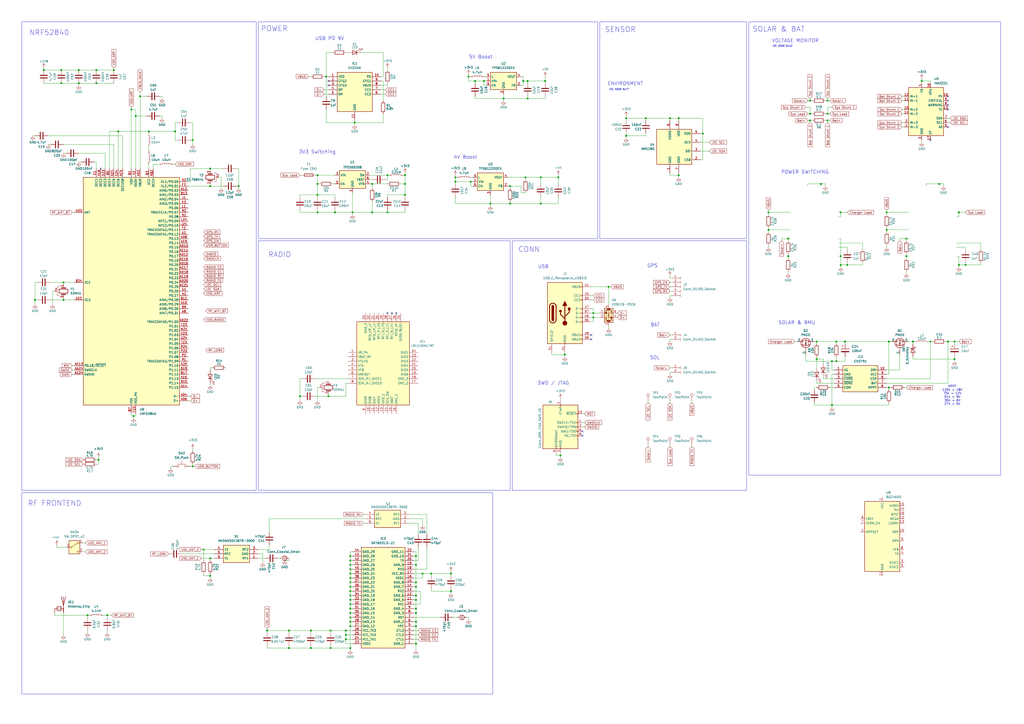
<source format=kicad_sch>
(kicad_sch (version 20250114) (generator "eeschema") (generator_version "9.0")
  (paper "A2")
  (rectangle (start 12.7 12.7) (end 148.59 284.48))
  (rectangle (start 149.86 12.7) (end 346.71 138.43))
  (rectangle (start 297.18 139.7) (end 433.07 284.48))
  (rectangle (start 434.34 12.7) (end 580.39 275.59))
  (rectangle (start 347.98 12.7) (end 433.07 138.43))
  (rectangle (start 12.7 285.75) (end 285.75 402.59))
  (rectangle (start 149.86 139.7) (end 295.91 284.48))
  (text "I2C ADDR 0x77" (at 364.998 52.578 0) (effects (font (size 1 1)) (justify right bottom)))
  (text "3V3 Switching" (at 194.818 89.408 0) (effects (font (size 2 2)) (justify right bottom)))
  (text "GPS" (at 381.508 155.448 0) (effects (font (size 2 2)) (justify right bottom)))
  (text "MPPT\n120k = 18V\n75k = 12V\n51k = 9V\n30k = 6V\n27k = 5V" (at 552.45 229.362 0) (effects (font (size 1.27 1.27))))
  (text "ENVIRONMENT" (at 373.126 49.784 0) (effects (font (size 2 2)) (justify right bottom)))
  (text "BAT" (at 382.778 189.738 0) (effects (font (size 2 2)) (justify right bottom)))
  (text "SENSOR" (at 368.808 19.05 0) (effects (font (size 3 3)) (justify right bottom)))
  (text "RADIO" (at 168.91 149.606 0) (effects (font (size 3 3)) (justify right bottom)))
  (text "VOLTAGE MONITOR" (at 474.98 24.892 0) (effects (font (size 2 2)) (justify right bottom)))
  (text "5V Boost" (at 285.75 34.29 0) (effects (font (size 2 2)) (justify right bottom)))
  (text "CONN" (at 313.182 146.558 0) (effects (font (size 3 3)) (justify right bottom)))
  (text "SOL" (at 382.778 208.788 0) (effects (font (size 2 2)) (justify right bottom)))
  (text "4V Boost" (at 276.86 92.456 0) (effects (font (size 2 2)) (justify right bottom)))
  (text "SOLAR & BAT" (at 466.852 18.796 0) (effects (font (size 3 3)) (justify right bottom)))
  (text "SWD / JTAG" (at 330.2 223.52 0) (effects (font (size 2 2)) (justify right bottom)))
  (text "I2C ADDR 0x42\n" (at 459.74 27.432 0) (effects (font (size 1 1)) (justify right bottom)))
  (text "NRF52840" (at 40.132 20.828 0) (effects (font (size 3 3)) (justify right bottom)))
  (text "USB PD 9V" (at 199.644 23.622 0) (effects (font (size 2 2)) (justify right bottom)))
  (text "SOLAR & BMU" (at 472.948 188.468 0) (effects (font (size 2 2)) (justify right bottom)))
  (text "POWER" (at 166.878 18.542 0) (effects (font (size 3 3)) (justify right bottom)))
  (text "USB\n" (at 318.262 155.956 0) (effects (font (size 2 2)) (justify right bottom)))
  (text "RF FRONTEND" (at 47.244 293.878 0) (effects (font (size 3 3)) (justify right bottom)))
  (text "POWER SWITCHING" (at 480.822 101.092 0) (effects (font (size 2 2)) (justify right bottom)))
  (junction (at 344.17 181.61))
  (junction (at 264.16 105.41))
  (junction (at 203.2 340.36))
  (junction (at 203.2 325.12))
  (junction (at 480.06 66.04))
  (junction (at 306.07 57.15))
  (junction (at 215.9 123.19))
  (junction (at 203.2 345.44))
  (junction (at 203.2 337.82))
  (junction (at 241.3 337.82))
  (junction (at 539.75 198.12))
  (junction (at 271.78 44.45))
  (junction (at 241.3 360.68))
  (junction (at 77.47 241.3))
  (junction (at 241.3 347.98))
  (junction (at 241.3 345.44))
  (junction (at 173.99 229.87))
  (junction (at 556.26 153.67))
  (junction (at 57.15 266.7))
  (junction (at 241.3 340.36))
  (junction (at 121.92 323.85))
  (junction (at 393.7 68.58))
  (junction (at 45.72 40.64))
  (junction (at 327.66 205.74))
  (junction (at 487.68 148.59))
  (junction (at 490.22 198.12))
  (junction (at 515.62 224.79))
  (junction (at 224.79 101.6))
  (junction (at 313.69 102.87))
  (junction (at 203.2 363.22))
  (junction (at 121.92 97.79))
  (junction (at 194.31 123.19))
  (junction (at 273.05 105.41))
  (junction (at 469.9 66.04))
  (junction (at 544.83 106.68))
  (junction (at 457.2 138.43))
  (junction (at 534.67 46.99))
  (junction (at 203.2 350.52))
  (junction (at 295.91 118.11))
  (junction (at 553.72 208.28))
  (junction (at 25.4 40.64))
  (junction (at 184.15 123.19))
  (junction (at 81.28 55.88))
  (junction (at 154.94 365.76))
  (junction (at 189.23 44.45))
  (junction (at 203.2 342.9))
  (junction (at 224.79 123.19))
  (junction (at 529.59 198.12))
  (junction (at 200.66 365.76))
  (junction (at 250.19 332.74))
  (junction (at 292.1 57.15))
  (junction (at 121.92 107.95))
  (junction (at 138.43 107.95))
  (junction (at 245.11 332.74))
  (junction (at 203.2 332.74))
  (junction (at 316.23 46.99))
  (junction (at 323.85 102.87))
  (junction (at 50.8 356.87))
  (junction (at 344.17 184.15))
  (junction (at 514.35 123.19))
  (junction (at 480.06 58.42))
  (junction (at 295.91 107.95))
  (junction (at 553.72 198.12))
  (junction (at 203.2 358.14))
  (junction (at 111.76 81.28))
  (junction (at 36.83 173.99))
  (junction (at 55.88 48.26))
  (junction (at 261.62 332.74))
  (junction (at 303.53 46.99))
  (junction (at 205.74 71.12))
  (junction (at 241.3 327.66))
  (junction (at 304.8 102.87))
  (junction (at 485.14 209.55))
  (junction (at 200.66 370.84))
  (junction (at 407.67 77.47))
  (junction (at 45.72 48.26))
  (junction (at 234.95 113.03))
  (junction (at 241.3 322.58))
  (junction (at 482.6 209.55))
  (junction (at 549.91 198.12))
  (junction (at 280.67 46.99))
  (junction (at 469.9 58.42))
  (junction (at 118.11 318.77))
  (junction (at 76.2 63.5))
  (junction (at 241.3 373.38))
  (junction (at 35.56 48.26))
  (junction (at 284.48 118.11))
  (junction (at 203.2 355.6))
  (junction (at 184.15 101.6))
  (junction (at 78.74 67.31))
  (junction (at 35.56 40.64))
  (junction (at 264.16 102.87))
  (junction (at 191.77 375.92))
  (junction (at 313.69 118.11))
  (junction (at 515.62 198.12))
  (junction (at 514.35 133.35))
  (junction (at 203.2 347.98))
  (junction (at 204.47 123.19))
  (junction (at 190.5 229.87))
  (junction (at 191.77 365.76))
  (junction (at 487.68 123.19))
  (junction (at 241.3 363.22))
  (junction (at 556.26 123.19))
  (junction (at 388.62 68.58))
  (junction (at 234.95 106.68))
  (junction (at 203.2 330.2))
  (junction (at 86.36 76.2))
  (junction (at 241.3 355.6))
  (junction (at 180.34 365.76))
  (junction (at 203.2 360.68))
  (junction (at 525.78 148.59))
  (junction (at 363.22 78.74))
  (junction (at 525.78 138.43))
  (junction (at 374.65 68.58))
  (junction (at 215.9 106.68))
  (junction (at 36.83 163.83))
  (junction (at 180.34 375.92))
  (junction (at 457.2 148.59))
  (junction (at 55.88 40.64))
  (junction (at 167.64 375.92))
  (junction (at 66.04 40.64))
  (junction (at 353.06 166.37))
  (junction (at 476.25 106.68))
  (junction (at 121.92 334.01))
  (junction (at 487.68 153.67))
  (junction (at 184.15 113.03))
  (junction (at 184.15 106.68))
  (junction (at 234.95 101.6))
  (junction (at 203.2 375.92))
  (junction (at 167.64 365.76))
  (junction (at 306.07 46.99))
  (junction (at 241.3 353.06))
  (junction (at 203.2 335.28))
  (junction (at 445.77 123.19))
  (junction (at 473.71 208.28))
  (junction (at 482.6 234.95))
  (junction (at 101.6 76.2))
  (junction (at 68.58 76.2))
  (junction (at 363.22 68.58))
  (junction (at 485.14 198.12))
  (junction (at 473.71 198.12))
  (junction (at 62.23 356.87))
  (junction (at 111.76 270.51))
  (junction (at 203.2 327.66))
  (junction (at 491.49 153.67))
  (junction (at 445.77 133.35))
  (junction (at 469.9 69.85))
  (junction (at 325.12 264.16))
  (junction (at 20.32 173.99))
  (junction (at 393.7 101.6))
  (junction (at 261.62 342.9))
  (junction (at 203.2 322.58))
  (junction (at 203.2 353.06))
  (junction (at 480.06 69.85))
  (junction (at 200.66 368.3))
  (junction (at 275.59 46.99))
  (junction (at 560.07 153.67))
  (no_connect (at 337.82 250.19))
  (no_connect (at 229.87 181.61))
  (no_connect (at 58.42 97.79))
  (no_connect (at 190.5 46.99))
  (no_connect (at 549.91 55.88))
  (no_connect (at 342.9 196.85))
  (no_connect (at 190.5 49.53))
  (no_connect (at 549.91 60.96))
  (no_connect (at 227.33 181.61))
  (no_connect (at 549.91 63.5))
  (no_connect (at 549.91 58.42))
  (no_connect (at 342.9 194.31))
  (no_connect (at 224.79 181.61))
  (no_connect (at 539.75 81.28))
  (no_connect (at 549.91 73.66))
  (no_connect (at 337.82 252.73))
  (wire (pts (xy 482.6 214.63) (xy 483.87 214.63)))
  (wire (pts (xy 156.21 316.23) (xy 156.21 318.77)))
  (wire (pts (xy 316.23 48.26) (xy 316.23 46.99)))
  (wire (pts (xy 363.22 78.74) (xy 374.65 78.74)))
  (wire (pts (xy 280.67 46.99) (xy 281.94 46.99)))
  (wire (pts (xy 78.74 67.31) (xy 78.74 97.79)))
  (wire (pts (xy 284.48 119.38) (xy 284.48 118.11)))
  (wire (pts (xy 480.06 66.04) (xy 480.06 62.23)))
  (wire (pts (xy 469.9 58.42) (xy 469.9 57.15)))
  (wire (pts (xy 490.22 198.12) (xy 490.22 199.39)))
  (wire (pts (xy 203.2 350.52) (xy 204.47 350.52)))
  (wire (pts (xy 25.4 40.64) (xy 35.56 40.64)))
  (wire (pts (xy 490.22 207.01) (xy 490.22 209.55)))
  (wire (pts (xy 240.03 365.76) (xy 242.57 365.76)))
  (wire (pts (xy 313.69 114.3) (xy 313.69 118.11)))
  (wire (pts (xy 487.68 153.67) (xy 487.68 154.94)))
  (wire (pts (xy 560.07 153.67) (xy 556.26 153.67)))
  (wire (pts (xy 537.21 107.95) (xy 537.21 106.68)))
  (wire (pts (xy 179.07 44.45) (xy 180.34 44.45)))
  (wire (pts (xy 173.99 123.19) (xy 173.99 121.92)))
  (wire (pts (xy 389.89 215.9) (xy 388.62 215.9)))
  (wire (pts (xy 180.34 365.76) (xy 180.34 367.03)))
  (wire (pts (xy 203.2 358.14) (xy 204.47 358.14)))
  (wire (pts (xy 41.91 214.63) (xy 43.18 214.63)))
  (wire (pts (xy 457.2 157.48) (xy 457.2 158.75)))
  (wire (pts (xy 304.8 102.87) (xy 313.69 102.87)))
  (wire (pts (xy 241.3 340.36) (xy 241.3 345.44)))
  (wire (pts (xy 274.32 107.95) (xy 273.05 107.95)))
  (wire (pts (xy 515.62 217.17) (xy 515.62 198.12)))
  (wire (pts (xy 173.99 229.87) (xy 175.26 229.87)))
  (wire (pts (xy 529.59 198.12) (xy 529.59 199.39)))
  (wire (pts (xy 234.95 101.6) (xy 234.95 106.68)))
  (wire (pts (xy 205.74 71.12) (xy 205.74 72.39)))
  (wire (pts (xy 240.03 370.84) (xy 242.57 370.84)))
  (wire (pts (xy 534.67 46.99) (xy 534.67 48.26)))
  (wire (pts (xy 473.71 208.28) (xy 473.71 213.36)))
  (wire (pts (xy 240.03 350.52) (xy 243.84 350.52)))
  (wire (pts (xy 241.3 320.04) (xy 241.3 322.58)))
  (wire (pts (xy 271.78 44.45) (xy 271.78 46.99)))
  (wire (pts (xy 344.17 179.07) (xy 344.17 181.61)))
  (wire (pts (xy 59.69 356.87) (xy 62.23 356.87)))
  (wire (pts (xy 76.2 63.5) (xy 78.74 63.5)))
  (wire (pts (xy 190.5 229.87) (xy 200.66 229.87)))
  (wire (pts (xy 184.15 113.03) (xy 194.31 113.03)))
  (wire (pts (xy 29.21 163.83) (xy 36.83 163.83)))
  (wire (pts (xy 204.47 320.04) (xy 203.2 320.04)))
  (wire (pts (xy 568.96 140.97) (xy 568.96 144.78)))
  (wire (pts (xy 529.59 198.12) (xy 530.86 198.12)))
  (wire (pts (xy 457.2 148.59) (xy 457.2 147.32)))
  (wire (pts (xy 388.62 166.37) (xy 389.89 166.37)))
  (wire (pts (xy 203.2 360.68) (xy 204.47 360.68)))
  (wire (pts (xy 203.2 355.6) (xy 204.47 355.6)))
  (wire (pts (xy 523.24 71.12) (xy 524.51 71.12)))
  (wire (pts (xy 116.84 318.77) (xy 118.11 318.77)))
  (wire (pts (xy 353.06 166.37) (xy 354.33 166.37)))
  (wire (pts (xy 482.6 209.55) (xy 467.36 209.55)))
  (wire (pts (xy 203.2 340.36) (xy 204.47 340.36)))
  (wire (pts (xy 189.23 63.5) (xy 189.23 71.12)))
  (wire (pts (xy 203.2 332.74) (xy 203.2 335.28)))
  (wire (pts (xy 342.9 181.61) (xy 344.17 181.61)))
  (wire (pts (xy 304.8 104.14) (xy 304.8 102.87)))
  (wire (pts (xy 514.35 133.35) (xy 514.35 134.62)))
  (wire (pts (xy 182.88 219.71) (xy 201.93 219.71)))
  (wire (pts (xy 478.79 66.04) (xy 480.06 66.04)))
  (wire (pts (xy 111.76 260.35) (xy 111.76 261.62)))
  (wire (pts (xy 469.9 66.04) (xy 471.17 66.04)))
  (wire (pts (xy 220.98 49.53) (xy 224.79 49.53)))
  (wire (pts (xy 194.31 113.03) (xy 194.31 114.3)))
  (wire (pts (xy 344.17 186.69) (xy 342.9 186.69)))
  (wire (pts (xy 184.15 101.6) (xy 184.15 106.68)))
  (wire (pts (xy 240.03 373.38) (xy 241.3 373.38)))
  (wire (pts (xy 270.51 358.14) (xy 271.78 358.14)))
  (wire (pts (xy 353.06 189.23) (xy 353.06 190.5)))
  (wire (pts (xy 182.88 101.6) (xy 184.15 101.6)))
  (wire (pts (xy 265.43 358.14) (xy 262.89 358.14)))
  (wire (pts (xy 110.49 270.51) (xy 111.76 270.51)))
  (wire (pts (xy 193.04 106.68) (xy 194.31 106.68)))
  (wire (pts (xy 247.65 298.45) (xy 247.65 309.88)))
  (wire (pts (xy 203.2 347.98) (xy 203.2 350.52)))
  (wire (pts (xy 86.36 76.2) (xy 86.36 77.47)))
  (wire (pts (xy 36.83 83.82) (xy 66.04 83.82)))
  (wire (pts (xy 138.43 107.95) (xy 138.43 97.79)))
  (wire (pts (xy 295.91 107.95) (xy 295.91 109.22)))
  (wire (pts (xy 514.35 133.35) (xy 527.05 133.35)))
  (wire (pts (xy 224.79 101.6) (xy 226.06 101.6)))
  (wire (pts (xy 514.35 123.19) (xy 514.35 124.46)))
  (wire (pts (xy 469.9 69.85) (xy 469.9 71.12)))
  (wire (pts (xy 137.16 107.95) (xy 138.43 107.95)))
  (wire (pts (xy 514.35 123.19) (xy 527.05 123.19)))
  (wire (pts (xy 568.96 152.4) (xy 568.96 153.67)))
  (wire (pts (xy 241.3 322.58) (xy 240.03 322.58)))
  (wire (pts (xy 203.2 327.66) (xy 204.47 327.66)))
  (wire (pts (xy 173.99 229.87) (xy 173.99 232.41)))
  (wire (pts (xy 491.49 143.51) (xy 486.41 143.51)))
  (wire (pts (xy 480.06 66.04) (xy 481.33 66.04)))
  (wire (pts (xy 525.78 138.43) (xy 525.78 139.7)))
  (wire (pts (xy 306.07 57.15) (xy 306.07 55.88)))
  (wire (pts (xy 55.88 48.26) (xy 66.04 48.26)))
  (wire (pts (xy 224.79 123.19) (xy 234.95 123.19)))
  (wire (pts (xy 222.25 71.12) (xy 205.74 71.12)))
  (wire (pts (xy 554.99 148.59) (xy 556.26 148.59)))
  (wire (pts (xy 388.62 171.45) (xy 389.89 171.45)))
  (wire (pts (xy 203.2 342.9) (xy 204.47 342.9)))
  (wire (pts (xy 363.22 77.47) (xy 363.22 78.74)))
  (wire (pts (xy 363.22 68.58) (xy 374.65 68.58)))
  (wire (pts (xy 240.03 368.3) (xy 242.57 368.3)))
  (wire (pts (xy 215.9 116.84) (xy 215.9 123.19)))
  (wire (pts (xy 445.77 142.24) (xy 445.77 143.51)))
  (wire (pts (xy 237.49 298.45) (xy 247.65 298.45)))
  (wire (pts (xy 78.74 63.5) (xy 78.74 67.31)))
  (wire (pts (xy 323.85 102.87) (xy 313.69 102.87)))
  (wire (pts (xy 313.69 102.87) (xy 313.69 106.68)))
  (wire (pts (xy 482.6 209.55) (xy 482.6 214.63)))
  (wire (pts (xy 20.32 78.74) (xy 19.05 78.74)))
  (wire (pts (xy 184.15 224.79) (xy 184.15 232.41)))
  (wire (pts (xy 62.23 365.76) (xy 62.23 367.03)))
  (wire (pts (xy 471.17 69.85) (xy 469.9 69.85)))
  (wire (pts (xy 203.2 345.44) (xy 204.47 345.44)))
  (wire (pts (xy 222.25 46.99) (xy 222.25 58.42)))
  (wire (pts (xy 445.77 133.35) (xy 458.47 133.35)))
  (wire (pts (xy 203.2 330.2) (xy 203.2 332.74)))
  (wire (pts (xy 111.76 71.12) (xy 111.76 81.28)))
  (wire (pts (xy 523.24 55.88) (xy 524.51 55.88)))
  (wire (pts (xy 29.21 83.82) (xy 27.94 83.82)))
  (wire (pts (xy 71.12 78.74) (xy 71.12 97.79)))
  (wire (pts (xy 477.52 219.71) (xy 483.87 219.71)))
  (wire (pts (xy 344.17 179.07) (xy 342.9 179.07)))
  (wire (pts (xy 203.2 363.22) (xy 203.2 375.92)))
  (wire (pts (xy 88.9 97.79) (xy 88.9 95.25)))
  (wire (pts (xy 241.3 360.68) (xy 241.3 363.22)))
  (wire (pts (xy 302.26 44.45) (xy 303.53 44.45)))
  (wire (pts (xy 568.96 153.67) (xy 560.07 153.67)))
  (wire (pts (xy 203.2 337.82) (xy 203.2 340.36)))
  (wire (pts (xy 99.06 270.51) (xy 100.33 270.51)))
  (wire (pts (xy 445.77 121.92) (xy 445.77 123.19)))
  (wire (pts (xy 241.3 355.6) (xy 241.3 360.68)))
  (wire (pts (xy 187.96 54.61) (xy 190.5 54.61)))
  (wire (pts (xy 194.31 123.19) (xy 194.31 121.92)))
  (wire (pts (xy 25.4 39.37) (xy 25.4 40.64)))
  (wire (pts (xy 306.07 57.15) (xy 316.23 57.15)))
  (wire (pts (xy 50.8 358.14) (xy 50.8 356.87)))
  (wire (pts (xy 320.04 205.74) (xy 327.66 205.74)))
  (wire (pts (xy 553.72 207.01) (xy 553.72 208.28)))
  (wire (pts (xy 486.41 123.19) (xy 487.68 123.19)))
  (wire (pts (xy 556.26 125.73) (xy 554.99 125.73)))
  (wire (pts (xy 222.25 44.45) (xy 220.98 44.45)))
  (wire (pts (xy 167.64 365.76) (xy 180.34 365.76)))
  (wire (pts (xy 514.35 219.71) (xy 539.75 219.71)))
  (wire (pts (xy 264.16 105.41) (xy 273.05 105.41)))
  (wire (pts (xy 241.3 345.44) (xy 241.3 347.98)))
  (wire (pts (xy 93.98 67.31) (xy 93.98 68.58)))
  (wire (pts (xy 344.17 181.61) (xy 347.98 181.61)))
  (wire (pts (xy 154.94 365.76) (xy 167.64 365.76)))
  (wire (pts (xy 86.36 76.2) (xy 101.6 76.2)))
  (wire (pts (xy 92.71 55.88) (xy 93.98 55.88)))
  (wire (pts (xy 393.7 102.87) (xy 393.7 101.6)))
  (wire (pts (xy 295.91 118.11) (xy 295.91 116.84)))
  (wire (pts (xy 445.77 133.35) (xy 445.77 134.62)))
  (wire (pts (xy 560.07 144.78) (xy 560.07 143.51)))
  (wire (pts (xy 187.96 52.07) (xy 190.5 52.07)))
  (wire (pts (xy 477.52 218.44) (xy 477.52 219.71)))
  (wire (pts (xy 485.14 207.01) (xy 485.14 209.55)))
  (wire (pts (xy 549.91 222.25) (xy 514.35 222.25)))
  (wire (pts (xy 180.34 365.76) (xy 191.77 365.76)))
  (wire (pts (xy 250.19 332.74) (xy 261.62 332.74)))
  (wire (pts (xy 514.35 142.24) (xy 514.35 143.51)))
  (wire (pts (xy 76.2 241.3) (xy 76.2 240.03)))
  (wire (pts (xy 241.3 373.38) (xy 241.3 377.19)))
  (wire (pts (xy 100.33 95.25) (xy 101.6 95.25)))
  (wire (pts (xy 544.83 106.68) (xy 547.37 106.68)))
  (wire (pts (xy 111.76 270.51) (xy 113.03 270.51)))
  (wire (pts (xy 325.12 231.14) (xy 325.12 232.41)))
  (wire (pts (xy 200.66 229.87) (xy 200.66 222.25)))
  (wire (pts (xy 388.62 100.33) (xy 388.62 101.6)))
  (wire (pts (xy 275.59 46.99) (xy 280.67 46.99)))
  (wire (pts (xy 184.15 123.19) (xy 184.15 121.92)))
  (wire (pts (xy 500.38 152.4) (xy 500.38 153.67)))
  (wire (pts (xy 241.3 345.44) (xy 240.03 345.44)))
  (wire (pts (xy 189.23 44.45) (xy 190.5 44.45)))
  (wire (pts (xy 63.5 76.2) (xy 68.58 76.2)))
  (wire (pts (xy 468.63 69.85) (xy 469.9 69.85)))
  (wire (pts (xy 468.63 107.95) (xy 468.63 106.68)))
  (wire (pts (xy 374.65 68.58) (xy 388.62 68.58)))
  (wire (pts (xy 490.22 209.55) (xy 485.14 209.55)))
  (wire (pts (xy 292.1 54.61) (xy 292.1 57.15)))
  (wire (pts (xy 78.74 241.3) (xy 77.47 241.3)))
  (wire (pts (xy 468.63 106.68) (xy 476.25 106.68)))
  (wire (pts (xy 234.95 113.03) (xy 234.95 114.3)))
  (wire (pts (xy 265.43 102.87) (xy 264.16 102.87)))
  (wire (pts (xy 458.47 148.59) (xy 457.2 148.59)))
  (wire (pts (xy 224.79 101.6) (xy 224.79 104.14)))
  (wire (pts (xy 388.62 101.6) (xy 393.7 101.6)))
  (wire (pts (xy 86.36 95.25) (xy 86.36 97.79)))
  (wire (pts (xy 241.3 340.36) (xy 240.03 340.36)))
  (wire (pts (xy 524.51 224.79) (xy 525.78 224.79)))
  (wire (pts (xy 529.59 207.01) (xy 529.59 208.28)))
  (wire (pts (xy 476.25 107.95) (xy 476.25 106.68)))
  (wire (pts (xy 374.65 69.85) (xy 374.65 68.58)))
  (wire (pts (xy 241.3 347.98) (xy 240.03 347.98)))
  (wire (pts (xy 485.14 209.55) (xy 482.6 209.55)))
  (wire (pts (xy 375.92 259.08) (xy 375.92 257.81)))
  (wire (pts (xy 445.77 133.35) (xy 445.77 132.08)))
  (wire (pts (xy 539.75 46.99) (xy 539.75 48.26)))
  (wire (pts (xy 485.14 198.12) (xy 490.22 198.12)))
  (wire (pts (xy 389.89 161.29) (xy 388.62 161.29)))
  (wire (pts (xy 294.64 102.87) (xy 304.8 102.87)))
  (wire (pts (xy 241.3 322.58) (xy 241.3 327.66)))
  (wire (pts (xy 553.72 208.28) (xy 529.59 208.28)))
  (wire (pts (xy 316.23 57.15) (xy 316.23 55.88)))
  (wire (pts (xy 156.21 300.99) (xy 212.09 300.99)))
  (wire (pts (xy 389.89 194.31) (xy 388.62 194.31)))
  (wire (pts (xy 101.6 71.12) (xy 102.87 71.12)))
  (wire (pts (xy 480.06 58.42) (xy 478.79 58.42)))
  (wire (pts (xy 138.43 107.95) (xy 138.43 109.22)))
  (wire (pts (xy 325.12 264.16) (xy 325.12 265.43)))
  (wire (pts (xy 167.64 325.12) (xy 167.64 323.85)))
  (wire (pts (xy 487.68 138.43) (xy 487.68 148.59)))
  (wire (pts (xy 78.74 240.03) (xy 78.74 241.3)))
  (wire (pts (xy 110.49 71.12) (xy 111.76 71.12)))
  (wire (pts (xy 490.22 198.12) (xy 515.62 198.12)))
  (wire (pts (xy 203.2 358.14) (xy 203.2 360.68)))
  (wire (pts (xy 521.97 139.7) (xy 521.97 138.43)))
  (wire (pts (xy 457.2 148.59) (xy 457.2 149.86)))
  (wire (pts (xy 485.14 198.12) (xy 485.14 199.39)))
  (wire (pts (xy 20.32 173.99) (xy 20.32 176.53)))
  (wire (pts (xy 62.23 356.87) (xy 64.77 356.87)))
  (wire (pts (xy 184.15 106.68) (xy 184.15 113.03)))
  (wire (pts (xy 204.47 124.46) (xy 204.47 123.19)))
  (wire (pts (xy 203.2 345.44) (xy 203.2 347.98)))
  (wire (pts (xy 515.62 198.12) (xy 516.89 198.12)))
  (wire (pts (xy 525.78 157.48) (xy 525.78 158.75)))
  (wire (pts (xy 240.03 353.06) (xy 241.3 353.06)))
  (wire (pts (xy 453.39 139.7) (xy 453.39 138.43)))
  (wire (pts (xy 110.49 97.79) (xy 110.49 105.41)))
  (wire (pts (xy 560.07 143.51) (xy 554.99 143.51)))
  (wire (pts (xy 388.62 68.58) (xy 393.7 68.58)))
  (wire (pts (xy 38.1 88.9) (xy 36.83 88.9)))
  (wire (pts (xy 224.79 40.64) (xy 224.79 39.37)))
  (wire (pts (xy 468.63 58.42) (xy 469.9 58.42)))
  (wire (pts (xy 388.62 168.91) (xy 389.89 168.91)))
  (wire (pts (xy 556.26 123.19) (xy 556.26 125.73)))
  (wire (pts (xy 375.92 233.68) (xy 375.92 232.41)))
  (wire (pts (xy 481.33 224.79) (xy 483.87 224.79)))
  (wire (pts (xy 180.34 374.65) (xy 180.34 375.92)))
  (wire (pts (xy 393.7 69.85) (xy 393.7 68.58)))
  (wire (pts (xy 476.25 106.68) (xy 478.79 106.68)))
  (wire (pts (xy 556.26 153.67) (xy 556.26 154.94)))
  (wire (pts (xy 203.2 332.74) (xy 204.47 332.74)))
  (wire (pts (xy 539.75 219.71) (xy 539.75 198.12)))
  (wire (pts (xy 261.62 331.47) (xy 261.62 332.74)))
  (wire (pts (xy 41.91 123.19) (xy 43.18 123.19)))
  (wire (pts (xy 473.71 207.01) (xy 473.71 208.28)))
  (wire (pts (xy 121.92 323.85) (xy 121.92 325.12)))
  (wire (pts (xy 204.47 111.76) (xy 204.47 123.19)))
  (wire (pts (xy 31.75 168.91) (xy 30.48 168.91)))
  (wire (pts (xy 209.55 30.48) (xy 222.25 30.48)))
  (wire (pts (xy 121.92 222.25) (xy 121.92 223.52)))
  (wire (pts (xy 129.54 97.79) (xy 121.92 97.79)))
  (wire (pts (xy 273.05 102.87) (xy 274.32 102.87)))
  (wire (pts (xy 191.77 365.76) (xy 200.66 365.76)))
  (wire (pts (xy 275.59 57.15) (xy 275.59 55.88)))
  (wire (pts (xy 353.06 176.53) (xy 353.06 166.37)))
  (wire (pts (xy 137.16 97.79) (xy 138.43 97.79)))
  (wire (pts (xy 472.44 224.79) (xy 473.71 224.79)))
  (wire (pts (xy 393.7 101.6) (xy 393.7 100.33)))
  (wire (pts (xy 554.99 123.19) (xy 556.26 123.19)))
  (wire (pts (xy 121.92 334.01) (xy 121.92 335.28)))
  (wire (pts (xy 241.3 327.66) (xy 241.3 337.82)))
  (wire (pts (xy 92.71 67.31) (xy 93.98 67.31)))
  (wire (pts (xy 292.1 58.42) (xy 292.1 57.15)))
  (wire (pts (xy 215.9 106.68) (xy 215.9 109.22)))
  (wire (pts (xy 214.63 104.14) (xy 215.9 104.14)))
  (wire (pts (xy 203.2 340.36) (xy 203.2 342.9)))
  (wire (pts (xy 109.22 107.95) (xy 121.92 107.95)))
  (wire (pts (xy 337.82 245.11) (xy 339.09 245.11)))
  (wire (pts (xy 41.91 212.09) (xy 43.18 212.09)))
  (wire (pts (xy 45.72 88.9) (xy 60.96 88.9)))
  (wire (pts (xy 553.72 198.12) (xy 556.26 198.12)))
  (wire (pts (xy 224.79 49.53) (xy 224.79 48.26)))
  (wire (pts (xy 200.66 370.84) (xy 200.66 368.3)))
  (wire (pts (xy 194.31 123.19) (xy 204.47 123.19)))
  (wire (pts (xy 264.16 102.87) (xy 264.16 105.41)))
  (wire (pts (xy 116.84 323.85) (xy 121.92 323.85)))
  (wire (pts (xy 480.06 62.23) (xy 482.6 62.23)))
  (wire (pts (xy 68.58 76.2) (xy 68.58 97.79)))
  (wire (pts (xy 473.71 198.12) (xy 485.14 198.12)))
  (wire (pts (xy 154.94 365.76) (xy 154.94 367.03)))
  (wire (pts (xy 469.9 66.04) (xy 469.9 62.23)))
  (wire (pts (xy 167.64 325.12) (xy 165.1 325.12)))
  (wire (pts (xy 156.21 308.61) (xy 156.21 300.99)))
  (wire (pts (xy 241.3 363.22) (xy 241.3 373.38)))
  (wire (pts (xy 184.15 113.03) (xy 184.15 114.3)))
  (wire (pts (xy 173.99 123.19) (xy 184.15 123.19)))
  (wire (pts (xy 102.87 81.28) (xy 101.6 81.28)))
  (wire (pts (xy 189.23 30.48) (xy 193.04 30.48)))
  (wire (pts (xy 514.35 133.35) (xy 514.35 132.08)))
  (wire (pts (xy 55.88 97.79) (xy 55.88 93.98)))
  (wire (pts (xy 245.11 300.99) (xy 245.11 304.8)))
  (wire (pts (xy 280.67 49.53) (xy 280.67 46.99)))
  (wire (pts (xy 220.98 52.07) (xy 223.52 52.07)))
  (wire (pts (xy 210.82 303.53) (xy 212.09 303.53)))
  (wire (pts (xy 234.95 113.03) (xy 224.79 113.03)))
  (wire (pts (xy 271.78 43.18) (xy 271.78 44.45)))
  (wire (pts (xy 482.6 217.17) (xy 483.87 217.17)))
  (wire (pts (xy 203.2 325.12) (xy 203.2 327.66)))
  (wire (pts (xy 93.98 55.88) (xy 93.98 57.15)))
  (wire (pts (xy 407.67 77.47) (xy 407.67 68.58)))
  (wire (pts (xy 344.17 184.15) (xy 347.98 184.15)))
  (wire (pts (xy 261.62 341.63) (xy 261.62 342.9)))
  (wire (pts (xy 487.68 123.19) (xy 491.49 123.19)))
  (wire (pts (xy 500.38 153.67) (xy 491.49 153.67)))
  (wire (pts (xy 127 102.87) (xy 128.27 102.87)))
  (wire (pts (xy 281.94 49.53) (xy 280.67 49.53)))
  (wire (pts (xy 121.92 332.74) (xy 121.92 334.01)))
  (wire (pts (xy 180.34 375.92) (xy 191.77 375.92)))
  (wire (pts (xy 344.17 184.15) (xy 344.17 186.69)))
  (wire (pts (xy 271.78 46.99) (xy 275.59 46.99)))
  (wire (pts (xy 363.22 67.31) (xy 363.22 68.58)))
  (wire (pts (xy 515.62 234.95) (xy 515.62 233.68)))
  (wire (pts (xy 36.83 172.72) (xy 36.83 173.99)))
  (wire (pts (xy 173.99 219.71) (xy 173.99 229.87)))
  (wire (pts (xy 200.66 222.25) (xy 201.93 222.25)))
  (wire (pts (xy 234.95 100.33) (xy 234.95 101.6)))
  (wire (pts (xy 389.89 213.36) (xy 388.62 213.36)))
  (wire (pts (xy 549.91 71.12) (xy 551.18 71.12)))
  (wire (pts (xy 342.9 171.45) (xy 344.17 171.45)))
  (wire (pts (xy 482.6 234.95) (xy 515.62 234.95)))
  (wire (pts (xy 121.92 214.63) (xy 121.92 213.36)))
  (wire (pts (xy 203.2 325.12) (xy 204.47 325.12)))
  (wire (pts (xy 203.2 335.28) (xy 204.47 335.28)))
  (wire (pts (xy 445.77 123.19) (xy 445.77 124.46)))
  (wire (pts (xy 20.32 173.99) (xy 21.59 173.99)))
  (wire (pts (xy 212.09 298.45) (xy 210.82 298.45)))
  (wire (pts (xy 549.91 198.12) (xy 553.72 198.12)))
  (wire (pts (xy 323.85 118.11) (xy 323.85 114.3)))
  (wire (pts (xy 487.68 148.59) (xy 487.68 153.67)))
  (wire (pts (xy 224.79 113.03) (xy 224.79 114.3)))
  (wire (pts (xy 33.02 317.5) (xy 38.1 317.5)))
  (wire (pts (xy 553.72 209.55) (xy 553.72 208.28)))
  (wire (pts (xy 388.62 160.02) (xy 388.62 161.29)))
  (wire (pts (xy 250.19 334.01) (xy 250.19 332.74)))
  (wire (pts (xy 48.26 314.96) (xy 49.53 314.96)))
  (wire (pts (xy 121.92 107.95) (xy 129.54 107.95)))
  (wire (pts (xy 203.2 360.68) (xy 203.2 363.22)))
  (wire (pts (xy 149.86 318.77) (xy 156.21 318.77)))
  (wire (pts (xy 223.52 104.14) (xy 224.79 104.14)))
  (wire (pts (xy 66.04 97.79) (xy 66.04 83.82)))
  (wire (pts (xy 99.06 271.78) (xy 99.06 270.51)))
  (wire (pts (xy 316.23 44.45) (xy 316.23 46.99)))
  (wire (pts (xy 240.03 330.2) (xy 247.65 330.2)))
  (wire (pts (xy 189.23 71.12) (xy 205.74 71.12)))
  (wire (pts (xy 406.4 82.55) (xy 411.48 82.55)))
  (wire (pts (xy 337.82 240.03) (xy 339.09 240.03)))
  (wire (pts (xy 500.38 140.97) (xy 500.38 144.78)))
  (wire (pts (xy 245.11 332.74) (xy 245.11 335.28)))
  (wire (pts (xy 327.66 207.01) (xy 327.66 205.74)))
  (wire (pts (xy 521.97 214.63) (xy 514.35 214.63)))
  (wire (pts (xy 33.02 316.23) (xy 33.02 317.5)))
  (wire (pts (xy 320.04 204.47) (xy 320.04 205.74)))
  (wire (pts (xy 128.27 102.87) (xy 128.27 109.22)))
  (wire (pts (xy 374.65 77.47) (xy 374.65 78.74)))
  (wire (pts (xy 81.28 55.88) (xy 81.28 97.79)))
  (wire (pts (xy 406.4 77.47) (xy 407.67 77.47)))
  (wire (pts (xy 556.26 123.19) (xy 560.07 123.19)))
  (wire (pts (xy 521.97 138.43) (xy 525.78 138.43)))
  (wire (pts (xy 68.58 76.2) (xy 86.36 76.2)))
  (wire (pts (xy 111.76 269.24) (xy 111.76 270.51)))
  (wire (pts (xy 187.96 44.45) (xy 189.23 44.45)))
  (wire (pts (xy 406.4 87.63) (xy 411.48 87.63)))
  (wire (pts (xy 121.92 107.95) (xy 121.92 106.68)))
  (wire (pts (xy 523.24 63.5) (xy 524.51 63.5)))
  (wire (pts (xy 401.32 233.68) (xy 401.32 232.41)))
  (wire (pts (xy 264.16 105.41) (xy 264.16 106.68)))
  (wire (pts (xy 240.03 320.04) (xy 241.3 320.04)))
  (wire (pts (xy 467.36 205.74) (xy 467.36 209.55)))
  (wire (pts (xy 45.72 48.26) (xy 55.88 48.26)))
  (wire (pts (xy 45.72 40.64) (xy 55.88 40.64)))
  (wire (pts (xy 480.06 57.15) (xy 480.06 58.42)))
  (wire (pts (xy 57.15 269.24) (xy 55.88 269.24)))
  (wire (pts (xy 101.6 76.2) (xy 101.6 71.12)))
  (wire (pts (xy 525.78 148.59) (xy 525.78 149.86)))
  (wire (pts (xy 185.42 224.79) (xy 184.15 224.79)))
  (wire (pts (xy 241.3 337.82) (xy 240.03 337.82)))
  (wire (pts (xy 275.59 46.99) (xy 275.59 48.26)))
  (wire (pts (xy 81.28 53.34) (xy 81.28 55.88)))
  (wire (pts (xy 243.84 350.52) (xy 243.84 342.9)))
  (wire (pts (xy 491.49 153.67) (xy 487.68 153.67)))
  (wire (pts (xy 388.62 215.9) (xy 388.62 217.17)))
  (wire (pts (xy 241.3 353.06) (xy 241.3 355.6)))
  (wire (pts (xy 273.05 105.41) (xy 274.32 105.41)))
  (wire (pts (xy 486.41 138.43) (xy 487.68 138.43)))
  (wire (pts (xy 549.91 68.58) (xy 551.18 68.58)))
  (wire (pts (xy 457.2 138.43) (xy 458.47 138.43)))
  (wire (pts (xy 487.68 125.73) (xy 486.41 125.73)))
  (wire (pts (xy 453.39 138.43) (xy 457.2 138.43)))
  (wire (pts (xy 175.26 219.71) (xy 173.99 219.71)))
  (wire (pts (xy 57.15 265.43) (xy 57.15 266.7)))
  (wire (pts (xy 45.72 93.98) (xy 46.99 93.98)))
  (wire (pts (xy 182.88 229.87) (xy 190.5 229.87)))
  (wire (pts (xy 240.03 360.68) (xy 241.3 360.68)))
  (wire (pts (xy 220.98 54.61) (xy 223.52 54.61)))
  (wire (pts (xy 66.04 39.37) (xy 66.04 40.64)))
  (wire (pts (xy 342.9 166.37) (xy 353.06 166.37)))
  (wire (pts (xy 342.9 173.99) (xy 344.17 173.99)))
  (wire (pts (xy 483.87 222.25) (xy 473.71 222.25)))
  (wire (pts (xy 491.49 144.78) (xy 491.49 143.51)))
  (wire (pts (xy 537.21 106.68) (xy 544.83 106.68)))
  (wire (pts (xy 35.56 48.26) (xy 45.72 48.26)))
  (wire (pts (xy 486.41 140.97) (xy 500.38 140.97)))
  (wire (pts (xy 482.6 234.95) (xy 482.6 236.22)))
  (wire (pts (xy 200.66 368.3) (xy 200.66 365.76)))
  (wire (pts (xy 491.49 152.4) (xy 491.49 153.67)))
  (wire (pts (xy 242.57 317.5) (xy 242.57 325.12)))
  (wire (pts (xy 222.25 30.48) (xy 222.25 44.45)))
  (wire (pts (xy 48.26 320.04) (xy 49.53 320.04)))
  (wire (pts (xy 250.19 342.9) (xy 261.62 342.9)))
  (wire (pts (xy 525.78 138.43) (xy 527.05 138.43)))
  (wire (pts (xy 316.23 46.99) (xy 306.07 46.99)))
  (wire (pts (xy 393.7 68.58) (xy 407.67 68.58)))
  (wire (pts (xy 480.06 69.85) (xy 480.06 71.12)))
  (wire (pts (xy 118.11 318.77) (xy 118.11 325.12)))
  (wire (pts (xy 203.2 327.66) (xy 203.2 330.2)))
  (wire (pts (xy 243.84 342.9) (xy 240.03 342.9)))
  (wire (pts (xy 76.2 63.5) (xy 76.2 97.79)))
  (wire (pts (xy 304.8 111.76) (xy 302.26 111.76)))
  (wire (pts (xy 118.11 318.77) (xy 124.46 318.77)))
  (wire (pts (xy 234.95 121.92) (xy 234.95 123.19)))
  (wire (pts (xy 109.22 232.41) (xy 110.49 232.41)))
  (wire (pts (xy 275.59 57.15) (xy 292.1 57.15)))
  (wire (pts (xy 76.2 241.3) (xy 77.47 241.3)))
  (wire (pts (xy 21.59 163.83) (xy 20.32 163.83)))
  (wire (pts (xy 101.6 81.28) (xy 101.6 76.2)))
  (wire (pts (xy 200.66 368.3) (xy 204.47 368.3)))
  (wire (pts (xy 45.72 48.26) (xy 45.72 49.53)))
  (wire (pts (xy 173.99 101.6) (xy 175.26 101.6)))
  (wire (pts (xy 457.2 138.43) (xy 457.2 139.7)))
  (wire (pts (xy 539.75 198.12) (xy 541.02 198.12)))
  (wire (pts (xy 480.06 69.85) (xy 481.33 69.85)))
  (wire (pts (xy 111.76 81.28) (xy 110.49 81.28)))
  (wire (pts (xy 388.62 196.85) (xy 388.62 198.12)))
  (wire (pts (xy 215.9 123.19) (xy 224.79 123.19)))
  (wire (pts (xy 191.77 375.92) (xy 203.2 375.92)))
  (wire (pts (xy 273.05 107.95) (xy 273.05 105.41)))
  (wire (pts (xy 313.69 118.11) (xy 323.85 118.11)))
  (wire (pts (xy 121.92 323.85) (xy 124.46 323.85)))
  (wire (pts (xy 472.44 234.95) (xy 472.44 233.68)))
  (wire (pts (xy 303.53 46.99) (xy 306.07 46.99)))
  (wire (pts (xy 240.03 332.74) (xy 245.11 332.74)))
  (wire (pts (xy 306.07 46.99) (xy 306.07 48.26)))
  (wire (pts (xy 237.49 303.53) (xy 242.57 303.53)))
  (wire (pts (xy 322.58 264.16) (xy 325.12 264.16)))
  (wire (pts (xy 167.64 374.65) (xy 167.64 375.92)))
  (wire (pts (xy 388.62 259.08) (xy 388.62 257.81)))
  (wire (pts (xy 205.74 71.12) (xy 205.74 69.85)))
  (wire (pts (xy 534.67 81.28) (xy 534.67 82.55)))
  (wire (pts (xy 36.83 163.83) (xy 43.18 163.83)))
  (wire (pts (xy 203.2 347.98) (xy 204.47 347.98)))
  (wire (pts (xy 327.66 204.47) (xy 327.66 205.74)))
  (wire (pts (xy 184.15 106.68) (xy 185.42 106.68)))
  (wire (pts (xy 25.4 48.26) (xy 35.56 48.26)))
  (wire (pts (xy 189.23 44.45) (xy 189.23 55.88)))
  (wire (pts (xy 203.2 342.9) (xy 203.2 345.44)))
  (wire (pts (xy 173.99 113.03) (xy 173.99 114.3)))
  (wire (pts (xy 29.21 173.99) (xy 36.83 173.99)))
  (wire (pts (xy 323.85 102.87) (xy 323.85 106.68)))
  (wire (pts (xy 407.67 92.71) (xy 407.67 77.47)))
  (wire (pts (xy 487.68 123.19) (xy 487.68 125.73)))
  (wire (pts (xy 527.05 148.59) (xy 525.78 148.59)))
  (wire (pts (xy 401.32 259.08) (xy 401.32 257.81)))
  (wire (pts (xy 224.79 121.92) (xy 224.79 123.19)))
  (wire (pts (xy 30.48 168.91) (xy 30.48 176.53)))
  (wire (pts (xy 477.52 208.28) (xy 477.52 210.82)))
  (wire (pts (xy 337.82 247.65) (xy 339.09 247.65)))
  (wire (pts (xy 109.22 229.87) (xy 110.49 229.87)))
  (wire (pts (xy 173.99 113.03) (xy 184.15 113.03)))
  (wire (pts (xy 560.07 152.4) (xy 560.07 153.67)))
  (wire (pts (xy 245.11 332.74) (xy 250.19 332.74)))
  (wire (pts (xy 204.47 373.38) (xy 200.66 373.38)))
  (wire (pts (xy 86.36 85.09) (xy 86.36 87.63)))
  (wire (pts (xy 50.8 356.87) (xy 52.07 356.87)))
  (wire (pts (xy 302.26 107.95) (xy 295.91 107.95)))
  (wire (pts (xy 203.2 335.28) (xy 203.2 337.82)))
  (wire (pts (xy 284.48 118.11) (xy 295.91 118.11)))
  (wire (pts (xy 121.92 213.36) (xy 123.19 213.36)))
  (wire (pts (xy 363.22 78.74) (xy 363.22 80.01)))
  (wire (pts (xy 203.2 350.52) (xy 203.2 353.06)))
  (wire (pts (xy 20.32 163.83) (xy 20.32 173.99)))
  (wire (pts (xy 154.94 375.92) (xy 167.64 375.92)))
  (wire (pts (xy 247.65 317.5) (xy 247.65 330.2)))
  (wire (pts (xy 302.26 49.53) (xy 303.53 49.53)))
  (wire (pts (xy 215.9 106.68) (xy 224.79 106.68)))
  (wire (pts (xy 167.64 365.76) (xy 167.64 367.03)))
  (wire (pts (xy 88.9 95.25) (xy 92.71 95.25)))
  (wire (pts (xy 514.35 121.92) (xy 514.35 123.19)))
  (wire (pts (xy 534.67 46.99) (xy 539.75 46.99)))
  (wire (pts (xy 203.2 322.58) (xy 203.2 325.12)))
  (wire (pts (xy 388.62 68.58) (xy 388.62 69.85)))
  (wire (pts (xy 121.92 97.79) (xy 110.49 97.79)))
  (wire (pts (xy 325.12 262.89) (xy 325.12 264.16)))
  (wire (pts (xy 515.62 224.79) (xy 516.89 224.79)))
  (wire (pts (xy 241.3 347.98) (xy 241.3 353.06)))
  (wire (pts (xy 118.11 334.01) (xy 118.11 332.74)))
  (wire (pts (xy 514.35 224.79) (xy 515.62 224.79)))
  (wire (pts (xy 111.76 81.28) (xy 111.76 83.82)))
  (wire (pts (xy 521.97 205.74) (xy 521.97 214.63)))
  (wire (pts (xy 105.41 321.31) (xy 124.46 321.31)))
  (wire (pts (xy 154.94 364.49) (xy 154.94 365.76)))
  (wire (pts (xy 222.25 66.04) (xy 222.25 71.12)))
  (wire (pts (xy 57.15 266.7) (xy 57.15 269.24)))
  (wire (pts (xy 63.5 97.79) (xy 63.5 76.2)))
  (wire (pts (xy 77.47 242.57) (xy 77.47 241.3)))
  (wire (pts (xy 445.77 123.19) (xy 458.47 123.19)))
  (wire (pts (xy 322.58 262.89) (xy 322.58 264.16)))
  (wire (pts (xy 203.2 330.2) (xy 204.47 330.2)))
  (wire (pts (xy 406.4 92.71) (xy 407.67 92.71)))
  (wire (pts (xy 76.2 62.23) (xy 76.2 63.5)))
  (wire (pts (xy 36.83 355.6) (xy 36.83 368.3)))
  (wire (pts (xy 389.89 196.85) (xy 388.62 196.85)))
  (wire (pts (xy 241.3 363.22) (xy 240.03 363.22)))
  (wire (pts (xy 548.64 198.12) (xy 549.91 198.12)))
  (wire (pts (xy 523.24 66.04) (xy 524.51 66.04)))
  (wire (pts (xy 200.66 365.76) (xy 204.47 365.76)))
  (wire (pts (xy 200.66 370.84) (xy 204.47 370.84)))
  (wire (pts (xy 237.49 300.99) (xy 245.11 300.99)))
  (wire (pts (xy 203.2 353.06) (xy 204.47 353.06)))
  (wire (pts (xy 554.99 140.97) (xy 568.96 140.97)))
  (wire (pts (xy 78.74 67.31) (xy 85.09 67.31)))
  (wire (pts (xy 292.1 57.15) (xy 306.07 57.15)))
  (wire (pts (xy 50.8 365.76) (xy 50.8 367.03)))
  (wire (pts (xy 284.48 113.03) (xy 284.48 118.11)))
  (wire (pts (xy 27.94 78.74) (xy 71.12 78.74)))
  (wire (pts (xy 54.61 93.98) (xy 55.88 93.98)))
  (wire (pts (xy 203.2 322.58) (xy 204.47 322.58)))
  (wire (pts (xy 167.64 375.92) (xy 180.34 375.92)))
  (wire (pts (xy 184.15 101.6) (xy 194.31 101.6)))
  (wire (pts (xy 191.77 375.92) (xy 191.77 374.65)))
  (wire (pts (xy 203.2 375.92) (xy 203.2 377.19)))
  (wire (pts (xy 152.4 326.39) (xy 152.4 321.31)))
  (wire (pts (xy 261.62 334.01) (xy 261.62 332.74)))
  (wire (pts (xy 468.63 66.04) (xy 469.9 66.04)))
  (wire (pts (xy 534.67 45.72) (xy 534.67 46.99)))
  (wire (pts (xy 121.92 97.79) (xy 121.92 99.06)))
  (wire (pts (xy 241.3 355.6) (xy 240.03 355.6)))
  (wire (pts (xy 203.2 363.22) (xy 204.47 363.22)))
  (wire (pts (xy 152.4 321.31) (xy 149.86 321.31)))
  (wire (pts (xy 232.41 106.68) (xy 234.95 106.68)))
  (wire (pts (xy 189.23 44.45) (xy 189.23 30.48)))
  (wire (pts (xy 255.27 358.14) (xy 240.03 358.14)))
  (wire (pts (xy 241.3 327.66) (xy 240.03 327.66)))
  (wire (pts (xy 342.9 184.15) (xy 344.17 184.15)))
  (wire (pts (xy 515.62 224.79) (xy 515.62 226.06)))
  (wire (pts (xy 264.16 118.11) (xy 284.48 118.11)))
  (wire (pts (xy 203.2 320.04) (xy 203.2 322.58)))
  (wire (pts (xy 154.94 374.65) (xy 154.94 375.92)))
  (wire (pts (xy 118.11 334.01) (xy 121.92 334.01)))
  (wire (pts (xy 388.62 233.68) (xy 388.62 232.41)))
  (wire (pts (xy 55.88 266.7) (xy 57.15 266.7)))
  (wire (pts (xy 109.22 105.41) (xy 110.49 105.41)))
  (wire (pts (xy 62.23 356.87) (xy 62.23 358.14)))
  (wire (pts (xy 55.88 40.64) (xy 66.04 40.64)))
  (wire (pts (xy 461.01 198.12) (xy 462.28 198.12)))
  (wire (pts (xy 525.78 148.59) (xy 525.78 147.32)))
  (wire (pts (xy 469.9 58.42) (xy 471.17 58.42)))
  (wire (pts (xy 303.53 46.99) (xy 303.53 44.45)))
  (wire (pts (xy 81.28 55.88) (xy 85.09 55.88)))
  (wire (pts (xy 295.91 118.11) (xy 313.69 118.11)))
  (wire (pts (xy 363.22 68.58) (xy 363.22 69.85)))
  (wire (pts (xy 388.62 163.83) (xy 389.89 163.83)))
  (wire (pts (xy 388.62 172.72) (xy 388.62 171.45)))
  (wire (pts (xy 273.05 44.45) (xy 271.78 44.45)))
  (wire (pts (xy 36.83 173.99) (xy 43.18 173.99)))
  (wire (pts (xy 204.47 123.19) (xy 215.9 123.19)))
  (wire (pts (xy 478.79 106.68) (xy 478.79 107.95)))
  (wire (pts (xy 523.24 73.66) (xy 524.51 73.66)))
  (wire (pts (xy 240.03 325.12) (xy 242.57 325.12)))
  (wire (pts (xy 323.85 101.6) (xy 323.85 102.87)))
  (wire (pts (xy 31.75 355.6) (xy 31.75 356.87)))
  (wire (pts (xy 203.2 355.6) (xy 203.2 358.14)))
  (wire (pts (xy 60.96 97.79) (xy 60.96 88.9)))
  (wire (pts (xy 220.98 46.99) (xy 222.25 46.99)))
  (wire (pts (xy 241.3 337.82) (xy 241.3 340.36)))
  (wire (pts (xy 161.29 323.85) (xy 162.56 323.85)))
  (wire (pts (xy 200.66 373.38) (xy 200.66 370.84)))
  (wire (pts (xy 184.15 123.19) (xy 194.31 123.19)))
  (wire (pts (xy 527.05 198.12) (xy 529.59 198.12)))
  (wire (pts (xy 523.24 58.42) (xy 524.51 58.42)))
  (wire (pts (xy 214.63 106.68) (xy 215.9 106.68)))
  (wire (pts (xy 200.66 30.48) (xy 201.93 30.48)))
  (wire (pts (xy 556.26 148.59) (xy 556.26 153.67)))
  (wire (pts (xy 264.16 101.6) (xy 264.16 102.87)))
  (wire (pts (xy 472.44 234.95) (xy 482.6 234.95)))
  (wire (pts (xy 203.2 337.82) (xy 204.47 337.82)))
  (wire (pts (xy 303.53 49.53) (xy 303.53 46.99)))
  (wire (pts (xy 264.16 118.11) (xy 264.16 114.3)))
  (wire (pts (xy 514.35 217.17) (xy 515.62 217.17)))
  (wire (pts (xy 478.79 69.85) (xy 480.06 69.85)))
  (wire (pts (xy 261.62 342.9) (xy 261.62 344.17)))
  (wire (pts (xy 191.77 365.76) (xy 191.77 367.03)))
  (wire (pts (xy 41.91 217.17) (xy 43.18 217.17)))
  (wire (pts (xy 214.63 101.6) (xy 224.79 101.6)))
  (wire (pts (xy 473.71 222.25) (xy 473.71 220.98)))
  (wire (pts (xy 547.37 106.68) (xy 547.37 107.95)))
  (wire (pts (xy 250.19 341.63) (xy 250.19 342.9)))
  (wire (pts (xy 472.44 226.06) (xy 472.44 224.79)))
  (wire (pts (xy 35.56 40.64) (xy 45.72 40.64)))
  (wire (pts (xy 467.36 62.23) (xy 469.9 62.23)))
  (wire (pts (xy 149.86 323.85) (xy 153.67 323.85)))
  (wire (pts (xy 36.83 163.83) (xy 36.83 165.1)))
  (wire (pts (xy 549.91 198.12) (xy 549.91 222.25)))
  (wire (pts (xy 480.06 58.42) (xy 481.33 58.42)))
  (wire (pts (xy 280.67 44.45) (xy 281.94 44.45)))
  (wire (pts (xy 294.64 107.95) (xy 295.91 107.95)))
  (wire (pts (xy 242.57 303.53) (xy 242.57 309.88)))
  (wire (pts (xy 538.48 198.12) (xy 539.75 198.12)))
  (wire (pts (xy 271.78 358.14) (xy 271.78 359.41)))
  (wire (pts (xy 190.5 228.6) (xy 190.5 229.87)))
  (wire (pts (xy 486.41 148.59) (xy 487.68 148.59)))
  (wire (pts (xy 473.71 198.12) (xy 473.71 199.39)))
  (wire (pts (xy 234.95 106.68) (xy 234.95 113.03)))
  (wire (pts (xy 482.6 217.17) (xy 482.6 234.95)))
  (wire (pts (xy 553.72 198.12) (xy 553.72 199.39)))
  (wire (pts (xy 302.26 111.76) (xy 302.26 107.95)))
  (wire (pts (xy 234.95 101.6) (xy 233.68 101.6)))
  (wire (pts (xy 544.83 107.95) (xy 544.83 106.68)))
  (wire (pts (xy 203.2 353.06) (xy 203.2 355.6)))
  (wire (pts (xy 31.75 356.87) (xy 50.8 356.87)))
  (wire (pts (xy 245.11 335.28) (xy 240.03 335.28)))
  (wire (pts (xy 473.71 208.28) (xy 477.52 208.28)))
  (wire (pts (xy 472.44 198.12) (xy 473.71 198.12)))
  (global_label "Sys Load" (shape input) (at 468.63 66.04 180) (property "Intersheetrefs" "${INTERSHEET_REFS}" (effects (hide yes))))
  (global_label "Sys Load" (shape input) (at 388.62 259.08 270) (property "Intersheetrefs" "${INTERSHEET_REFS}" (effects (hide yes))))
  (global_label "I2C SCL" (shape input) (at 48.26 269.24 180) (property "Intersheetrefs" "${INTERSHEET_REFS}" (effects (hide yes))))
  (global_label "VBUS" (shape input) (at 514.35 121.92 90) (property "Intersheetrefs" "${INTERSHEET_REFS}" (effects (hide yes))))
  (global_label "Solar+" (shape input) (at 453.39 139.7 270) (property "Intersheetrefs" "${INTERSHEET_REFS}" (effects (hide yes))))
  (global_label "VBUS" (shape input) (at 354.33 166.37 0) (property "Intersheetrefs" "${INTERSHEET_REFS}" (effects (hide yes))))
  (global_label "VDD_NRF" (shape input) (at 66.04 39.37 90) (property "Intersheetrefs" "${INTERSHEET_REFS}" (effects (hide yes))))
  (global_label "USE_ANT_2" (shape input) (at 49.53 320.04 0) (property "Intersheetrefs" "${INTERSHEET_REFS}" (effects (hide yes))))
  (global_label "I2C SDA" (shape input) (at 411.48 87.63 0) (property "Intersheetrefs" "${INTERSHEET_REFS}" (effects (hide yes))))
  (global_label "VDD_NRF" (shape input) (at 76.2 62.23 90) (property "Intersheetrefs" "${INTERSHEET_REFS}" (effects (hide yes))))
  (global_label "Bat Shunt 2" (shape input) (at 469.9 71.12 270) (property "Intersheetrefs" "${INTERSHEET_REFS}" (effects (hide yes))))
  (global_label "GPS_TX" (shape input) (at 118.11 137.16 0) (property "Intersheetrefs" "${INTERSHEET_REFS}" (effects (hide yes))))
  (global_label "CC1" (shape input) (at 223.52 52.07 0) (property "Intersheetrefs" "${INTERSHEET_REFS}" (effects (hide yes))))
  (global_label "CC2" (shape input) (at 223.52 54.61 0) (property "Intersheetrefs" "${INTERSHEET_REFS}" (effects (hide yes))))
  (global_label "D+" (shape input) (at 110.49 232.41 0) (property "Intersheetrefs" "${INTERSHEET_REFS}" (effects (hide yes))))
  (global_label "CC1" (shape input) (at 344.17 171.45 0) (property "Intersheetrefs" "${INTERSHEET_REFS}" (effects (hide yes))))
  (global_label "Sol Shunt 1" (shape input) (at 480.06 57.15 90) (property "Intersheetrefs" "${INTERSHEET_REFS}" (effects (hide yes))))
  (global_label "RF_WIFI_BT" (shape input) (at 41.91 123.19 180) (property "Intersheetrefs" "${INTERSHEET_REFS}" (effects (hide yes))))
  (global_label "USR_BUTTON" (shape input) (at 118.11 142.24 0) (property "Intersheetrefs" "${INTERSHEET_REFS}" (effects (hide yes))))
  (global_label "D-" (shape input) (at 187.96 54.61 180) (property "Intersheetrefs" "${INTERSHEET_REFS}" (effects (hide yes))))
  (global_label "RF_WIFI_BT" (shape input) (at 64.77 356.87 0) (property "Intersheetrefs" "${INTERSHEET_REFS}" (effects (hide yes))))
  (global_label "USE_ANT_1" (shape input) (at 49.53 314.96 0) (property "Intersheetrefs" "${INTERSHEET_REFS}" (effects (hide yes))))
  (global_label "RADIO C1" (shape input) (at 118.11 157.48 0) (property "Intersheetrefs" "${INTERSHEET_REFS}" (effects (hide yes))))
  (global_label "GPS_RX" (shape input) (at 118.11 134.62 0) (property "Intersheetrefs" "${INTERSHEET_REFS}" (effects (hide yes))))
  (global_label "VDD_NRF" (shape input) (at 101.6 95.25 0) (property "Intersheetrefs" "${INTERSHEET_REFS}" (effects (hide yes))))
  (global_label "SWDC" (shape input) (at 41.91 214.63 180) (property "Intersheetrefs" "${INTERSHEET_REFS}" (effects (hide yes))))
  (global_label "VBUS_MAIN" (shape input) (at 81.28 53.34 90) (property "Intersheetrefs" "${INTERSHEET_REFS}" (effects (hide yes))))
  (global_label "I2C SDA" (shape input) (at 48.26 266.7 180) (property "Intersheetrefs" "${INTERSHEET_REFS}" (effects (hide yes))))
  (global_label "Solar+" (shape input) (at 388.62 213.36 180) (property "Intersheetrefs" "${INTERSHEET_REFS}" (effects (hide yes))))
  (global_label "Bat Shunt 1" (shape input) (at 523.24 55.88 180) (property "Intersheetrefs" "${INTERSHEET_REFS}" (effects (hide yes))))
  (global_label "RADIO C2" (shape input) (at 118.11 154.94 0) (property "Intersheetrefs" "${INTERSHEET_REFS}" (effects (hide yes))))
  (global_label "CC2" (shape input) (at 344.17 173.99 0) (property "Intersheetrefs" "${INTERSHEET_REFS}" (effects (hide yes))))
  (global_label "USE_ANT_2" (shape input) (at 154.94 364.49 90) (property "Intersheetrefs" "${INTERSHEET_REFS}" (effects (hide yes))))
  (global_label "I2C SCL" (shape input) (at 375.92 233.68 270) (property "Intersheetrefs" "${INTERSHEET_REFS}" (effects (hide yes))))
  (global_label "Charger Load" (shape input) (at 491.49 123.19 0) (property "Intersheetrefs" "${INTERSHEET_REFS}" (effects (hide yes))))
  (global_label "SWDI" (shape input) (at 41.91 217.17 180) (property "Intersheetrefs" "${INTERSHEET_REFS}" (effects (hide yes))))
  (global_label "Sol Shunt 2" (shape input) (at 469.9 57.15 90) (property "Intersheetrefs" "${INTERSHEET_REFS}" (effects (hide yes))))
  (global_label "SWDCLK" (shape input) (at 118.11 149.86 0) (property "Intersheetrefs" "${INTERSHEET_REFS}" (effects (hide yes))))
  (global_label "D+" (shape input) (at 358.14 184.15 0) (property "Intersheetrefs" "${INTERSHEET_REFS}" (effects (hide yes))))
  (global_label "GPS_EN" (shape input) (at 118.11 139.7 0) (property "Intersheetrefs" "${INTERSHEET_REFS}" (effects (hide yes))))
  (global_label "Solar+" (shape input) (at 468.63 58.42 180) (property "Intersheetrefs" "${INTERSHEET_REFS}" (effects (hide yes))))
  (global_label "RADIO C2" (shape input) (at 242.57 365.76 0) (property "Intersheetrefs" "${INTERSHEET_REFS}" (effects (hide yes))))
  (global_label "Sys Shunt 1" (shape input) (at 482.6 62.23 0) (property "Intersheetrefs" "${INTERSHEET_REFS}" (effects (hide yes))))
  (global_label "VBUS" (shape input) (at 179.07 44.45 180) (property "Intersheetrefs" "${INTERSHEET_REFS}" (effects (hide yes))))
  (global_label "GPS_EN" (shape input) (at 388.62 163.83 180) (property "Intersheetrefs" "${INTERSHEET_REFS}" (effects (hide yes))))
  (global_label "USE_ANT_2" (shape input) (at 116.84 318.77 180) (property "Intersheetrefs" "${INTERSHEET_REFS}" (effects (hide yes))))
  (global_label "I2C SCL" (shape input) (at 411.48 82.55 0) (property "Intersheetrefs" "${INTERSHEET_REFS}" (effects (hide yes))))
  (global_label "GPS_TX" (shape input) (at 388.62 166.37 180) (property "Intersheetrefs" "${INTERSHEET_REFS}" (effects (hide yes))))
  (global_label "RADIO TX" (shape input) (at 401.32 259.08 270) (property "Intersheetrefs" "${INTERSHEET_REFS}" (effects (hide yes))))
  (global_label "RADIO RX" (shape input) (at 118.11 160.02 0) (property "Intersheetrefs" "${INTERSHEET_REFS}" (effects (hide yes))))
  (global_label "I2C SDA" (shape input) (at 388.62 233.68 270) (property "Intersheetrefs" "${INTERSHEET_REFS}" (effects (hide yes))))
  (global_label "Solar+" (shape input) (at 375.92 259.08 270) (property "Intersheetrefs" "${INTERSHEET_REFS}" (effects (hide yes))))
  (global_label "RADIO TX" (shape input) (at 118.11 162.56 0) (property "Intersheetrefs" "${INTERSHEET_REFS}" (effects (hide yes))))
  (global_label "Bat+" (shape input) (at 556.26 198.12 0) (property "Intersheetrefs" "${INTERSHEET_REFS}" (effects (hide yes))))
  (global_label "Sys Shunt 2" (shape input) (at 467.36 62.23 180) (property "Intersheetrefs" "${INTERSHEET_REFS}" (effects (hide yes))))
  (global_label "Sys Shunt 2" (shape input) (at 523.24 73.66 180) (property "Intersheetrefs" "${INTERSHEET_REFS}" (effects (hide yes))))
  (global_label "Bat Shunt 2" (shape input) (at 523.24 58.42 180) (property "Intersheetrefs" "${INTERSHEET_REFS}" (effects (hide yes))))
  (global_label "D-" (shape input) (at 110.49 229.87 0) (property "Intersheetrefs" "${INTERSHEET_REFS}" (effects (hide yes))))
  (global_label "I2C SCL" (shape input) (at 551.18 71.12 0) (property "Intersheetrefs" "${INTERSHEET_REFS}" (effects (hide yes))))
  (global_label "Bat+" (shape input) (at 481.33 69.85 0) (property "Intersheetrefs" "${INTERSHEET_REFS}" (effects (hide yes))))
  (global_label "USE_ANT_1" (shape input) (at 116.84 323.85 180) (property "Intersheetrefs" "${INTERSHEET_REFS}" (effects (hide yes))))
  (global_label "D-" (shape input) (at 358.14 181.61 0) (property "Intersheetrefs" "${INTERSHEET_REFS}" (effects (hide yes))))
  (global_label "Bat+" (shape input) (at 388.62 194.31 180) (property "Intersheetrefs" "${INTERSHEET_REFS}" (effects (hide yes))))
  (global_label "Charger Load" (shape input) (at 525.78 224.79 0) (property "Intersheetrefs" "${INTERSHEET_REFS}" (effects (hide yes))))
  (global_label "Sol Shunt 1" (shape input) (at 523.24 63.5 180) (property "Intersheetrefs" "${INTERSHEET_REFS}" (effects (hide yes))))
  (global_label "I2C SDA" (shape input) (at 551.18 68.58 0) (property "Intersheetrefs" "${INTERSHEET_REFS}" (effects (hide yes))))
  (global_label "Solar+" (shape input) (at 481.33 58.42 0) (property "Intersheetrefs" "${INTERSHEET_REFS}" (effects (hide yes))))
  (global_label "VDD_RADIO" (shape input) (at 118.11 185.42 0) (property "Intersheetrefs" "${INTERSHEET_REFS}" (effects (hide yes))))
  (global_label "Sys Shunt 1" (shape input) (at 523.24 71.12 180) (property "Intersheetrefs" "${INTERSHEET_REFS}" (effects (hide yes))))
  (global_label "Bat+" (shape input) (at 468.63 69.85 180) (property "Intersheetrefs" "${INTERSHEET_REFS}" (effects (hide yes))))
  (global_label "VBUS" (shape input) (at 445.77 121.92 90) (property "Intersheetrefs" "${INTERSHEET_REFS}" (effects (hide yes))))
  (global_label "RF_WIFI_BT" (shape input) (at 119.38 180.34 0) (property "Intersheetrefs" "${INTERSHEET_REFS}" (effects (hide yes))))
  (global_label "RADIO TX" (shape input) (at 242.57 370.84 0) (property "Intersheetrefs" "${INTERSHEET_REFS}" (effects (hide yes))))
  (global_label "I2C SCL" (shape input) (at 118.11 165.1 0) (property "Intersheetrefs" "${INTERSHEET_REFS}" (effects (hide yes))))
  (global_label "Bat+" (shape input) (at 521.97 139.7 270) (property "Intersheetrefs" "${INTERSHEET_REFS}" (effects (hide yes))))
  (global_label "I2C SDA" (shape input) (at 118.11 167.64 0) (property "Intersheetrefs" "${INTERSHEET_REFS}" (effects (hide yes))))
  (global_label "SWDIO" (shape input) (at 339.09 247.65 0) (property "Intersheetrefs" "${INTERSHEET_REFS}" (effects (hide yes))))
  (global_label "Sys Load" (shape input) (at 560.07 123.19 0) (property "Intersheetrefs" "${INTERSHEET_REFS}" (effects (hide yes))))
  (global_label "VDD_NRF" (shape input) (at 118.11 170.18 0) (property "Intersheetrefs" "${INTERSHEET_REFS}" (effects (hide yes))))
  (global_label "RF_LORA" (shape input) (at 119.38 203.2 0) (property "Intersheetrefs" "${INTERSHEET_REFS}" (effects (hide yes))))
  (global_label "Sys Load" (shape input) (at 173.99 101.6 180) (property "Intersheetrefs" "${INTERSHEET_REFS}" (effects (hide yes))))
  (global_label "RADIO RX" (shape input) (at 210.82 298.45 180) (property "Intersheetrefs" "${INTERSHEET_REFS}" (effects (hide yes))))
  (global_label "VBUS" (shape input) (at 401.32 233.68 270) (property "Intersheetrefs" "${INTERSHEET_REFS}" (effects (hide yes))))
  (global_label "RADIO TX" (shape input) (at 210.82 303.53 180) (property "Intersheetrefs" "${INTERSHEET_REFS}" (effects (hide yes))))
  (global_label "D+" (shape input) (at 187.96 52.07 180) (property "Intersheetrefs" "${INTERSHEET_REFS}" (effects (hide yes))))
  (global_label "GPS_RX" (shape input) (at 388.62 168.91 180) (property "Intersheetrefs" "${INTERSHEET_REFS}" (effects (hide yes))))
  (global_label "Charger Load" (shape input) (at 461.01 198.12 180) (property "Intersheetrefs" "${INTERSHEET_REFS}" (effects (hide yes))))
  (global_label "USR_BUTTON" (shape input) (at 113.03 270.51 0) (property "Intersheetrefs" "${INTERSHEET_REFS}" (effects (hide yes))))
  (global_label "Sys Load" (shape input) (at 481.33 66.04 0) (property "Intersheetrefs" "${INTERSHEET_REFS}" (effects (hide yes))))
  (global_label "Sol Shunt 2" (shape input) (at 523.24 66.04 180) (property "Intersheetrefs" "${INTERSHEET_REFS}" (effects (hide yes))))
  (global_label "RF_LORA" (shape input) (at 97.79 321.31 180) (property "Intersheetrefs" "${INTERSHEET_REFS}" (effects (hide yes))))
  (global_label "RST" (shape input) (at 339.09 240.03 0) (property "Intersheetrefs" "${INTERSHEET_REFS}" (effects (hide yes))))
  (global_label "RST" (shape input) (at 41.91 212.09 180) (property "Intersheetrefs" "${INTERSHEET_REFS}" (effects (hide yes))))
  (global_label "SWDCLK" (shape input) (at 339.09 245.11 0) (property "Intersheetrefs" "${INTERSHEET_REFS}" (effects (hide yes))))
  (global_label "SWDIO" (shape input) (at 118.11 147.32 0) (property "Intersheetrefs" "${INTERSHEET_REFS}" (effects (hide yes))))
  (global_label "RADIO C1" (shape input) (at 242.57 368.3 0) (property "Intersheetrefs" "${INTERSHEET_REFS}" (effects (hide yes))))
  (global_label "Bat Shunt 1" (shape input) (at 480.06 71.12 270) (property "Intersheetrefs" "${INTERSHEET_REFS}" (effects (hide yes))))
  (symbol (lib_id "Device:C") (at 247.65 313.69 0) (unit 1)
    (property "Reference" "C44" (at 250.19 312.42 0) (effects (justify left)))
    (property "Value" "470pF" (at 249.936 314.96 0) (effects (justify left)))
    (property "Footprint" "Capacitor_SMD:C_0603_1608Metric_Pad1.08x0.95mm_HandSolder" (effects (hide yes)))
    (property "Description" "Unpolarized capacitor" (effects (hide yes)))
  )
  (symbol (lib_id "power:GND") (at 19.05 78.74 0) (unit 1)
    (property "Reference" "#PWR023" (effects (hide yes)))
    (property "Value" "GND" (at 19.05 82.55 0))
  )
  (symbol (lib_id "power:GND") (at 152.4 326.39 0) (unit 1)
    (property "Reference" "#PWR027" (effects (hide yes)))
    (property "Value" "GND" (at 152.4 330.2 0))
  )
  (symbol (lib_id "Device:R") (at 474.98 66.04 90) (unit 1)
    (property "Reference" "R38" (at 474.98 61.976 90))
    (property "Value" "0.1" (at 474.98 63.754 90))
    (property "Footprint" "Resistor_SMD:R_2512_6332Metric_Pad1.40x3.35mm_HandSolder" (effects (hide yes)))
    (property "Description" "Resistor" (effects (hide yes)))
  )
  (symbol (lib_id "power:GND") (at 20.32 176.53 0) (unit 1)
    (property "Reference" "#PWR034" (effects (hide yes)))
    (property "Value" "GND" (at 20.32 180.34 0))
  )
  (symbol (lib_id "power:GND") (at 93.98 57.15 0) (unit 1)
    (property "Reference" "#PWR043" (effects (hide yes)))
    (property "Value" "GND" (at 93.98 60.96 0))
  )
  (symbol (lib_id "Device:R") (at 118.11 328.93 180) (unit 1)
    (property "Reference" "R19" (at 114.046 328.93 90))
    (property "Value" "4.7k" (at 115.824 328.93 90))
    (property "Footprint" "Resistor_SMD:R_0805_2012Metric_Pad1.20x1.40mm_HandSolder" (effects (hide yes)))
    (property "Description" "Resistor" (effects (hide yes)))
  )
  (symbol (lib_id "power:GND") (at 27.94 83.82 0) (unit 1)
    (property "Reference" "#PWR035" (effects (hide yes)))
    (property "Value" "GND" (at 27.94 87.63 0))
  )
  (symbol (lib_id "power:GND") (at 261.62 344.17 0) (unit 1)
    (property "Reference" "#PWR021" (effects (hide yes)))
    (property "Value" "GND" (at 261.62 347.98 0))
  )
  (symbol (lib_id "Connector:Conn_Coaxial_Small") (at 165.1 323.85 0) (unit 1)
    (property "Reference" "J7" (at 164.5804 317.5 0))
    (property "Value" "Conn_Coaxial_Small" (at 164.5804 320.04 0))
    (property "Footprint" "Connector_Coaxial:SMA_Molex_73251-1153_EdgeMount_Horizontal" (effects (hide yes)))
    (property "Description" "small coaxial connector (BNC, SMA, SMB, SMC, Cinch/RCA, LEMO, ...)" (effects (hide yes)))
  )
  (symbol (lib_id "Device:C") (at 35.56 44.45 0) (unit 1)
    (property "Reference" "C52" (at 41.91 44.45 90))
    (property "Value" "100nF" (at 39.37 44.45 90))
    (property "Footprint" "Capacitor_SMD:C_0805_2012Metric_Pad1.18x1.45mm_HandSolder" (effects (hide yes)))
  )
  (symbol (lib_id "Device:C") (at 167.64 370.84 0) (unit 1)
    (property "Reference" "C27" (at 170.18 369.57 0) (effects (justify left)))
    (property "Value" "4700pF" (at 169.926 372.11 0) (effects (justify left)))
    (property "Footprint" "Capacitor_SMD:C_0603_1608Metric_Pad1.08x0.95mm_HandSolder" (effects (hide yes)))
    (property "Description" "Unpolarized capacitor" (effects (hide yes)))
  )
  (symbol (lib_id "Device:R") (at 52.07 266.7 90) (unit 1)
    (property "Reference" "R16" (at 52.07 262.636 90))
    (property "Value" "4.7k" (at 52.07 264.414 90))
    (property "Footprint" "Resistor_SMD:R_0805_2012Metric_Pad1.20x1.40mm_HandSolder" (effects (hide yes)))
    (property "Description" "Resistor" (effects (hide yes)))
  )
  (symbol (lib_id "Device:Fuse") (at 179.07 101.6 90) (unit 1)
    (property "Reference" "F1" (at 179.07 95.25 90))
    (property "Value" "Fuse (3A)" (at 179.07 97.79 90))
    (property "Footprint" "Fuse:Fuse_0603_1608Metric_Pad1.05x0.95mm_HandSolder" (effects (hide yes)))
    (property "Description" "Fuse" (effects (hide yes)))
  )
  (symbol (lib_id "power:GND") (at 245.11 304.8 0) (unit 1)
    (property "Reference" "#PWR033" (effects (hide yes)))
    (property "Value" "GND" (at 245.11 308.61 0))
  )
  (symbol (lib_id "power:GND") (at 121.92 335.28 0) (unit 1)
    (property "Reference" "#PWR024" (effects (hide yes)))
    (property "Value" "GND" (at 121.92 339.09 0))
  )
  (symbol (lib_name "+3V3_2") (lib_id "power:+3V3") (at 363.22 67.31 0) (unit 1)
    (property "Reference" "#PWR011" (effects (hide yes)))
    (property "Value" "+3V3" (at 363.22 63.246 0))
    (property "Description" "Power symbol creates a global label with name \"+3V3\"" (effects (hide yes)))
  )
  (symbol (lib_id "Simulation_SPICE:PMOS") (at 467.36 200.66 90) (unit 1)
    (property "Reference" "Q2" (at 467.36 191.77 90))
    (property "Value" "PMOS" (at 467.36 194.31 90))
    (property "Footprint" "Package_TO_SOT_SMD:SOT-23_Handsoldering" (effects (hide yes)))
    (property "Datasheet" "https://ngspice.sourceforge.io/docs/ngspice-html-manual/manual.xhtml#cha_MOSFETs" (effects (hide yes)))
    (property "Description" "P-MOSFET transistor, drain/source/gate" (effects (hide yes)))
    (property "Sim.Device" "PMOS" (effects (hide yes)))
    (property "Sim.Type" "VDMOS" (effects (hide yes)))
    (property "Sim.Pins" "1=D 2=G 3=S" (effects (hide yes)))
  )
  (symbol (lib_id "Device:C") (at 25.4 163.83 90) (unit 1)
    (property "Reference" "C21" (at 25.4 157.48 90))
    (property "Value" "12pF" (at 25.4 160.02 90))
    (property "Footprint" "Capacitor_SMD:C_0805_2012Metric_Pad1.18x1.45mm_HandSolder" (effects (hide yes)))
  )
  (symbol (lib_id "Device:C") (at 88.9 67.31 90) (unit 1)
    (property "Reference" "C51" (at 88.9 60.96 90))
    (property "Value" "4.7uF" (at 88.9 63.5 90))
    (property "Footprint" "Capacitor_SMD:C_0805_2012Metric_Pad1.18x1.45mm_HandSolder" (effects (hide yes)))
  )
  (symbol (lib_id "Device:R") (at 514.35 138.43 0) (unit 1)
    (property "Reference" "R31" (at 518.414 138.43 90))
    (property "Value" "5k" (at 516.636 138.43 90))
    (property "Footprint" "Resistor_SMD:R_0805_2012Metric_Pad1.20x1.40mm_HandSolder" (effects (hide yes)))
    (property "Description" "Resistor" (effects (hide yes)))
  )
  (symbol (lib_id "Connector:TestPoint") (at 375.92 232.41 0) (unit 1)
    (property "Reference" "TP1" (at 378.46 227.8379 0) (effects (justify left)))
    (property "Value" "TestPoint" (at 378.46 230.3779 0) (effects (justify left)))
    (property "Footprint" "TestPoint:TestPoint_Pad_D2.0mm" (effects (hide yes)))
    (property "Description" "test point" (effects (hide yes)))
  )
  (symbol (lib_name "+3V3_2") (lib_id "power:+3V3") (at 234.95 100.33 0) (unit 1)
    (property "Reference" "#PWR06" (effects (hide yes)))
    (property "Value" "+3V3" (at 234.95 96.266 0))
    (property "Description" "Power symbol creates a global label with name \"+3V3\"" (effects (hide yes)))
  )
  (symbol (lib_id "power:+4V") (at 33.02 316.23 0) (unit 1)
    (property "Reference" "#PWR014" (effects (hide yes)))
    (property "Value" "+4V" (at 32.258 311.658 0))
    (property "Description" "Power symbol creates a global label with name \"+4V\"" (effects (hide yes)))
  )
  (symbol (lib_id "Device:R") (at 515.62 229.87 180) (unit 1)
    (property "Reference" "R11" (at 511.556 229.87 90))
    (property "Value" "10k" (at 513.334 229.87 90))
    (property "Footprint" "Resistor_SMD:R_0805_2012Metric_Pad1.20x1.40mm_HandSolder" (effects (hide yes)))
    (property "Description" "Resistor" (effects (hide yes)))
  )
  (symbol (lib_id "Device:R") (at 525.78 153.67 0) (unit 1)
    (property "Reference" "R32" (at 529.844 153.67 90))
    (property "Value" "5k" (at 528.066 153.67 90))
    (property "Footprint" "Resistor_SMD:R_0805_2012Metric_Pad1.20x1.40mm_HandSolder" (effects (hide yes)))
    (property "Description" "Resistor" (effects (hide yes)))
  )
  (symbol (lib_id "power:GND") (at 353.06 190.5 0) (unit 1)
    (property "Reference" "#PWR032" (effects (hide yes)))
    (property "Value" "GND" (at 353.06 194.31 0))
  )
  (symbol (lib_id "Device:C") (at 133.35 97.79 270) (unit 1)
    (property "Reference" "C58" (at 133.35 104.14 90))
    (property "Value" "12pF" (at 133.35 101.6 90))
    (property "Footprint" "Capacitor_SMD:C_0805_2012Metric_Pad1.18x1.45mm_HandSolder" (effects (hide yes)))
  )
  (symbol (lib_id "Device:C") (at 173.99 118.11 0) (unit 1)
    (property "Reference" "C10" (at 176.53 116.84 0) (effects (justify left)))
    (property "Value" "10uF" (at 176.276 119.38 0) (effects (justify left)))
    (property "Footprint" "Capacitor_SMD:C_0805_2012Metric_Pad1.18x1.45mm_HandSolder" (effects (hide yes)))
    (property "Description" "Unpolarized capacitor" (effects (hide yes)))
  )
  (symbol (lib_id "power:GND") (at 514.35 143.51 0) (unit 1)
    (property "Reference" "#PWR082" (effects (hide yes)))
    (property "Value" "GND" (at 514.35 147.32 0))
  )
  (symbol (lib_id "power:+1V8") (at 25.4 39.37 0) (unit 1)
    (property "Reference" "#PWR042" (effects (hide yes)))
    (property "Value" "+1V8" (at 25.4 35.56 0))
  )
  (symbol (lib_id "Battery_Management:BQ24650") (at 511.81 311.15 0) (unit 1)
    (property "Reference" "U8" (at 513.9533 285.75 0) (effects (justify left)))
    (property "Value" "BQ24650" (at 513.9533 288.29 0) (effects (justify left)))
    (property "Footprint" "Package_DFN_QFN:Texas_RVA_VQFN-16-1EP_3.5x3.5mm_P0.5mm_EP2.14x2.14mm_ThermalVias" (effects (hide yes)))
    (property "Datasheet" "https://www.ti.com/lit/ds/symlink/bq24650.pdf" (effects (hide yes)))
    (property "Description" "10A, 28V max voltage, Battery Charger w/600kHz NMOS-NMOS Synchronous Buck Converter for Solar, VQFN-16" (effects (hide yes)))
  )
  (symbol (lib_id "Switch:SW_DPDT_x2") (at 43.18 317.5 0) (unit 1)
    (property "Reference" "SW3" (at 43.18 308.61 0))
    (property "Value" "SW_DPDT_x2" (at 43.18 311.15 0))
    (property "Footprint" "meshtastic:SS3235SL3" (effects (hide yes)))
    (property "Description" "Switch, dual pole double throw, separate symbols" (effects (hide yes)))
    (property "LCSC" "C381098" (effects (hide yes)))
  )
  (symbol (lib_id "Device:R") (at 222.25 62.23 0) (unit 1)
    (property "Reference" "R1" (at 224.028 61.214 0) (effects (justify left)))
    (property "Value" "6.8k" (at 224.028 62.992 0) (effects (justify left)))
    (property "Footprint" "Resistor_SMD:R_0805_2012Metric_Pad1.20x1.40mm_HandSolder" (effects (hide yes)))
    (property "Description" "Resistor" (effects (hide yes)))
  )
  (symbol (lib_id "Connector:Conn_01x02_Socket") (at 394.97 194.31 0) (unit 1)
    (property "Reference" "J4" (at 396.24 194.3099 0) (effects (justify left)))
    (property "Value" "Conn_01x02_Socket" (at 396.24 196.8499 0) (effects (justify left)))
    (property "Footprint" "Connector_JST:JST_EH_S2B-EH_1x02_P2.50mm_Horizontal" (effects (hide yes)))
    (property "Description" "Generic connector, single row, 01x02, script generated" (effects (hide yes)))
  )
  (symbol (lib_id "Device:C") (at 184.15 118.11 0) (unit 1)
    (property "Reference" "C11" (at 186.69 116.84 0) (effects (justify left)))
    (property "Value" "10uF" (at 186.436 119.38 0) (effects (justify left)))
    (property "Footprint" "Capacitor_SMD:C_0805_2012Metric_Pad1.18x1.45mm_HandSolder" (effects (hide yes)))
    (property "Description" "Unpolarized capacitor" (effects (hide yes)))
  )
  (symbol (lib_id "Device:LED") (at 205.74 30.48 180) (unit 1)
    (property "Reference" "D1" (at 205.74 25.654 0))
    (property "Value" "LED" (at 205.74 27.432 0))
    (property "Footprint" "LED_SMD:LED_0805_2012Metric_Pad1.15x1.40mm_HandSolder" (effects (hide yes)))
    (property "Description" "Light emitting diode" (effects (hide yes)))
  )
  (symbol (lib_id "power:GND") (at 534.67 82.55 0) (unit 1)
    (property "Reference" "#PWR083" (effects (hide yes)))
    (property "Value" "GND" (at 534.67 86.36 0))
  )
  (symbol (lib_id "power:GND") (at 204.47 124.46 0) (unit 1)
    (property "Reference" "#PWR059" (effects (hide yes)))
    (property "Value" "GND" (at 204.47 128.27 0))
  )
  (symbol (lib_name "GND_1") (lib_id "power:GND") (at 121.92 223.52 0) (unit 1)
    (property "Reference" "#PWR030" (effects (hide yes)))
    (property "Value" "GND" (at 121.92 227.33 0))
    (property "Description" "Power symbol creates a global label with name \"GND\" , ground" (effects (hide yes)))
  )
  (symbol (lib_id "power:GND") (at 271.78 359.41 0) (unit 1)
    (property "Reference" "#PWR017" (effects (hide yes)))
    (property "Value" "GND" (at 271.78 363.22 0))
  )
  (symbol (lib_id "power:GND") (at 36.83 88.9 0) (unit 1)
    (property "Reference" "#PWR038" (effects (hide yes)))
    (property "Value" "GND" (at 36.83 92.71 0))
  )
  (symbol (lib_id "Device:R") (at 111.76 265.43 0) (unit 1)
    (property "Reference" "R24" (at 115.824 265.43 90))
    (property "Value" "4.7k" (at 114.046 265.43 90))
    (property "Footprint" "Resistor_SMD:R_0805_2012Metric_Pad1.20x1.40mm_HandSolder" (effects (hide yes)))
    (property "Description" "Resistor" (effects (hide yes)))
  )
  (symbol (lib_id "Device:R") (at 474.98 69.85 270) (unit 1)
    (property "Reference" "R8" (at 474.98 73.914 90))
    (property "Value" "0.1" (at 474.98 72.136 90))
    (property "Footprint" "Resistor_SMD:R_2512_6332Metric_Pad1.40x3.35mm_HandSolder" (effects (hide yes)))
    (property "Description" "Resistor" (effects (hide yes)))
  )
  (symbol (lib_id "Device:R") (at 477.52 224.79 270) (unit 1)
    (property "Reference" "R10" (at 477.52 228.854 90))
    (property "Value" "120" (at 477.52 227.076 90))
    (property "Footprint" "Resistor_SMD:R_0805_2012Metric_Pad1.20x1.40mm_HandSolder" (effects (hide yes)))
    (property "Description" "Resistor" (effects (hide yes)))
  )
  (symbol (lib_id "power:+5V") (at 323.85 101.6 0) (unit 1)
    (property "Reference" "#PWR073" (effects (hide yes)))
    (property "Value" "+4V" (at 323.85 97.282 0))
  )
  (symbol (lib_name "+3V3_2") (lib_id "power:+3V3") (at 264.16 101.6 0) (unit 1)
    (property "Reference" "#PWR08" (effects (hide yes)))
    (property "Value" "+3V3" (at 264.16 97.536 0))
    (property "Description" "Power symbol creates a global label with name \"+3V3\"" (effects (hide yes)))
  )
  (symbol (lib_id "Device:R") (at 304.8 107.95 0) (unit 1)
    (property "Reference" "R21" (at 308.864 107.95 90))
    (property "Value" "700k" (at 307.086 107.95 90))
    (property "Footprint" "Resistor_SMD:R_0805_2012Metric_Pad1.20x1.40mm_HandSolder" (effects (hide yes)))
    (property "Description" "Resistor" (effects (hide yes)))
  )
  (symbol (lib_id "Device:C") (at 363.22 73.66 180) (unit 1)
    (property "Reference" "C22" (at 360.68 74.93 0) (effects (justify left)))
    (property "Value" "100nF" (at 360.934 72.39 0) (effects (justify left)))
    (property "Footprint" "Capacitor_SMD:C_0805_2012Metric_Pad1.18x1.45mm_HandSolder" (effects (hide yes)))
    (property "Description" "Unpolarized capacitor" (effects (hide yes)))
  )
  (symbol (lib_id "Device:L") (at 534.67 198.12 90) (unit 1)
    (property "Reference" "L2" (at 534.67 194.564 90))
    (property "Value" "10uH" (at 534.67 196.342 90))
    (property "Footprint" "Inductor_SMD:L_0805_2012Metric_Pad1.15x1.40mm_HandSolder" (effects (hide yes)))
    (property "Description" "Inductor" (effects (hide yes)))
  )
  (symbol (lib_id "Device:C") (at 472.44 229.87 180) (unit 1)
    (property "Reference" "C20" (at 469.9 231.14 0) (effects (justify left)))
    (property "Value" "220nF" (at 470.154 228.6 0) (effects (justify left)))
    (property "Footprint" "Capacitor_SMD:C_0805_2012Metric_Pad1.18x1.45mm_HandSolder" (effects (hide yes)))
    (property "Description" "Unpolarized capacitor" (effects (hide yes)))
  )
  (symbol (lib_id "Device:LED") (at 121.92 218.44 90) (unit 1)
    (property "Reference" "D2" (at 126.746 218.44 0))
    (property "Value" "LED" (at 124.968 218.44 0))
    (property "Footprint" "LED_SMD:LED_0805_2012Metric_Pad1.15x1.40mm_HandSolder" (effects (hide yes)))
    (property "Description" "Light emitting diode" (effects (hide yes)))
  )
  (symbol (lib_id "Device:R") (at 215.9 113.03 0) (unit 1)
    (property "Reference" "R6" (at 219.964 113.03 90))
    (property "Value" "10k" (at 218.186 113.03 90))
    (property "Footprint" "Resistor_SMD:R_0805_2012Metric_Pad1.20x1.40mm_HandSolder" (effects (hide yes)))
    (property "Description" "Resistor" (effects (hide yes)))
  )
  (symbol (lib_id "Device:R") (at 189.23 106.68 270) (unit 1)
    (property "Reference" "R5" (at 189.23 110.744 90))
    (property "Value" "10k" (at 189.23 108.966 90))
    (property "Footprint" "Resistor_SMD:R_0805_2012Metric_Pad1.20x1.40mm_HandSolder" (effects (hide yes)))
    (property "Description" "Resistor" (effects (hide yes)))
  )
  (symbol (lib_id "Device:C") (at 234.95 118.11 180) (unit 1)
    (property "Reference" "C14" (at 232.41 119.38 0) (effects (justify left)))
    (property "Value" "22uF" (at 232.664 116.84 0) (effects (justify left)))
    (property "Footprint" "Capacitor_SMD:C_0805_2012Metric_Pad1.18x1.45mm_HandSolder" (effects (hide yes)))
    (property "Description" "Unpolarized capacitor" (effects (hide yes)))
  )
  (symbol (lib_id "Device:R") (at 52.07 269.24 270) (unit 1)
    (property "Reference" "R17" (at 52.07 273.304 90))
    (property "Value" "4.7k" (at 52.07 271.526 90))
    (property "Footprint" "Resistor_SMD:R_0805_2012Metric_Pad1.20x1.40mm_HandSolder" (effects (hide yes)))
    (property "Description" "Resistor" (effects (hide yes)))
  )
  (symbol (lib_id "power:GND") (at 111.76 83.82 0) (unit 1)
    (property "Reference" "#PWR046" (effects (hide yes)))
    (property "Value" "GND" (at 111.76 87.63 0))
  )
  (symbol (lib_id "power:GND") (at 165.1 325.12 0) (unit 1)
    (property "Reference" "#PWR018" (effects (hide yes)))
    (property "Value" "GND" (at 165.1 328.93 0))
  )
  (symbol (lib_id "power:GND") (at 553.72 209.55 0) (unit 1)
    (property "Reference" "#PWR062" (effects (hide yes)))
    (property "Value" "GND" (at 553.72 213.36 0))
  )
  (symbol (lib_id "Device:D_Schottky") (at 529.59 203.2 270) (unit 1)
    (property "Reference" "D6" (at 524.256 202.692 0))
    (property "Value" "D_Schottky" (at 526.288 206.248 0))
    (property "Footprint" "Diode_SMD:D_SOD-123" (effects (hide yes)))
    (property "Description" "Schottky diode" (effects (hide yes)))
  )
  (symbol (lib_id "Device:Crystal_GND2") (at 36.83 168.91 270) (unit 1)
    (property "Reference" "Y1" (at 40.64 167.64 90) (effects (justify left)))
    (property "Value" "32MHz" (at 40.64 170.18 90) (effects (justify left)))
    (property "Footprint" "Crystal:Crystal_SMD_SeikoEpson_FA238V-4Pin_3.2x2.5mm" (effects (hide yes)))
  )
  (symbol (lib_id "Device:C") (at 264.16 110.49 0) (unit 1)
    (property "Reference" "C34" (at 270.51 110.49 90))
    (property "Value" "10uF" (at 267.97 110.49 90))
    (property "Footprint" "Capacitor_SMD:C_0805_2012Metric_Pad1.18x1.45mm_HandSolder" (effects (hide yes)))
  )
  (symbol (lib_id "power:GND") (at 388.62 198.12 0) (unit 1)
    (property "Reference" "#PWR025" (effects (hide yes)))
    (property "Value" "GND" (at 388.62 201.93 0))
  )
  (symbol (lib_id "Device:R") (at 224.79 44.45 0) (unit 1)
    (property "Reference" "R4" (at 228.854 44.45 90))
    (property "Value" "10k" (at 227.076 44.45 90))
    (property "Footprint" "Resistor_SMD:R_0805_2012Metric_Pad1.20x1.40mm_HandSolder" (effects (hide yes)))
    (property "Description" "Resistor" (effects (hide yes)))
  )
  (symbol (lib_id "Device:C") (at 560.07 148.59 0) (unit 1)
    (property "Reference" "C40" (at 563.626 147.32 0) (effects (justify left)))
    (property "Value" "1uF" (at 563.372 149.86 0) (effects (justify left)))
    (property "Footprint" "Capacitor_SMD:C_0805_2012Metric_Pad1.18x1.45mm_HandSolder" (effects (hide yes)))
    (property "Description" "Unpolarized capacitor" (effects (hide yes)))
  )
  (symbol (lib_id "Sensor:BME280") (at 391.16 85.09 0) (unit 1)
    (property "Reference" "U4" (at 379.73 83.8199 0) (effects (justify right)))
    (property "Value" "BME280" (at 379.73 86.3599 0) (effects (justify right)))
    (property "Footprint" "Package_LGA:Bosch_LGA-8_2.5x2.5mm_P0.65mm_ClockwisePinNumbering" (effects (hide yes)))
    (property "Datasheet" "https://www.bosch-sensortec.com/media/boschsensortec/downloads/datasheets/bst-bme280-ds002.pdf" (effects (hide yes)))
    (property "Description" "3-in-1 sensor, humidity, pressure, temperature, I2C and SPI interface, 1.71-3.6V, LGA-8" (effects (hide yes)))
    (property "LCSC" "C92489" (effects (hide yes)))
  )
  (symbol (lib_id "Connector:TestPoint") (at 375.92 257.81 0) (unit 1)
    (property "Reference" "TP4" (at 378.46 253.2379 0) (effects (justify left)))
    (property "Value" "TestPoint" (at 378.46 255.7779 0) (effects (justify left)))
    (property "Footprint" "TestPoint:TestPoint_Pad_D2.0mm" (effects (hide yes)))
    (property "Description" "test point" (effects (hide yes)))
  )
  (symbol (lib_id "MASWSS0136TR:MASWSS0136TR-3000") (at 237.49 303.53 180) (unit 1)
    (property "Reference" "S2" (at 223.774 292.354 0) (effects (justify right)))
    (property "Value" "MASWSS0136TR-3000" (at 215.138 294.132 0) (effects (justify right)))
    (property "Footprint" "meshtastic:SOT65P210X110-6N" (effects (hide yes)))
    (property "Datasheet" "https://rs.componentsearchengine.com/Datasheets/1/MASWSS0136TR-3000.pdf" (effects (hide yes)))
    (property "Description" "RF Switch ICs DC-3.0GHz ISO 27dB IL .4dB @2.4GHz" (effects (hide yes)))
    (property "Height" "1.1" (effects (hide yes)))
    (property "Manufacturer_Name" "MACOM" (effects (hide yes)))
    (property "Manufacturer_Part_Number" "MASWSS0136TR-3000" (effects (hide yes)))
    (property "Mouser Part Number" "937-MASWSS0136-T" (effects (hide yes)))
    (property "Mouser Price/Stock" "https://www.mouser.co.uk/ProductDetail/MACOM/MASWSS0136TR-3000?qs=3Wmz%2FrCSAaHZLGvANOUDKw%3D%3D" (effects (hide yes)))
  )
  (symbol (lib_id "power:GND") (at 45.72 49.53 0) (unit 1)
    (property "Reference" "#PWR045" (effects (hide yes)))
    (property "Value" "GND" (at 45.72 53.34 0))
  )
  (symbol (lib_id "Device:C") (at 224.79 118.11 180) (unit 1)
    (property "Reference" "C13" (at 222.25 119.38 0) (effects (justify left)))
    (property "Value" "22uF" (at 222.504 116.84 0) (effects (justify left)))
    (property "Footprint" "Capacitor_SMD:C_0805_2012Metric_Pad1.18x1.45mm_HandSolder" (effects (hide yes)))
    (property "Description" "Unpolarized capacitor" (effects (hide yes)))
  )
  (symbol (lib_id "power:GND") (at 284.48 119.38 0) (unit 1)
    (property "Reference" "#PWR071" (effects (hide yes)))
    (property "Value" "GND" (at 284.48 123.19 0))
  )
  (symbol (lib_id "Device:C") (at 41.91 88.9 270) (unit 1)
    (property "Reference" "C47" (at 41.91 95.25 90))
    (property "Value" "100pF" (at 41.91 92.71 90))
    (property "Footprint" "Capacitor_SMD:C_0805_2012Metric_Pad1.18x1.45mm_HandSolder" (effects (hide yes)))
  )
  (symbol (lib_id "Device:LED") (at 473.71 217.17 90) (unit 1)
    (property "Reference" "D5" (at 469.392 216.916 0))
    (property "Value" "LED" (at 471.17 216.916 0))
    (property "Footprint" "LED_SMD:LED_0805_2012Metric_Pad1.15x1.40mm_HandSolder" (effects (hide yes)))
    (property "Description" "Light emitting diode" (effects (hide yes)))
  )
  (symbol (lib_id "Device:R") (at 127 213.36 90) (unit 1)
    (property "Reference" "R14" (at 127 209.296 90))
    (property "Value" "1k" (at 127 211.074 90))
    (property "Footprint" "Resistor_SMD:R_0805_2012Metric_Pad1.20x1.40mm_HandSolder" (effects (hide yes)))
    (property "Description" "Resistor" (effects (hide yes)))
  )
  (symbol (lib_id "Regulator_Switching:TPS61222DCK") (at 284.48 105.41 0) (unit 1)
    (property "Reference" "U3" (at 284.48 95.25 0))
    (property "Value" "TPS61220DCK" (at 284.48 97.79 0))
    (property "Footprint" "Package_TO_SOT_SMD:Texas_R-PDSO-G6" (effects (hide yes)))
    (property "Datasheet" "http://www.ti.com/lit/ds/symlink/tps61220.pdf" (effects (hide yes)))
    (property "LCSC" "C116461 " (effects (hide yes)))
  )
  (symbol (lib_id "power:GND") (at 50.8 367.03 0) (unit 1)
    (property "Reference" "#PWR036" (effects (hide yes)))
    (property "Value" "GND" (at 50.8 370.84 0))
  )
  (symbol (lib_id "power:GND") (at 241.3 377.19 0) (unit 1)
    (property "Reference" "#PWR020" (effects (hide yes)))
    (property "Value" "GND" (at 241.3 381 0))
  )
  (symbol (lib_id "Device:R") (at 457.2 143.51 0) (unit 1)
    (property "Reference" "R26" (at 461.264 143.51 90))
    (property "Value" "23.7k" (at 459.486 143.51 90))
    (property "Footprint" "Resistor_SMD:R_0805_2012Metric_Pad1.20x1.40mm_HandSolder" (effects (hide yes)))
    (property "Description" "Resistor" (effects (hide yes)))
  )
  (symbol (lib_id "power:GND") (at 482.6 236.22 0) (unit 1)
    (property "Reference" "#PWR063" (effects (hide yes)))
    (property "Value" "GND" (at 482.6 240.03 0))
  )
  (symbol (lib_id "Connector:TestPoint") (at 388.62 257.81 0) (unit 1)
    (property "Reference" "TP5" (at 391.16 253.2379 0) (effects (justify left)))
    (property "Value" "TestPoint" (at 391.16 255.7779 0) (effects (justify left)))
    (property "Footprint" "TestPoint:TestPoint_Pad_D2.0mm" (effects (hide yes)))
    (property "Description" "test point" (effects (hide yes)))
  )
  (symbol (lib_id "Device:L") (at 96.52 95.25 90) (unit 1)
    (property "Reference" "L7" (at 96.52 90.17 90))
    (property "Value" "10uH" (at 96.52 92.71 90))
    (property "Footprint" "Inductor_SMD:L_0805_2012Metric_Pad1.15x1.40mm_HandSolder" (effects (hide yes)))
  )
  (symbol (lib_name "+3V3_2") (lib_id "power:+3V3") (at 271.78 43.18 0) (unit 1)
    (property "Reference" "#PWR07" (effects (hide yes)))
    (property "Value" "+3V3" (at 271.78 39.116 0))
    (property "Description" "Power symbol creates a global label with name \"+3V3\"" (effects (hide yes)))
  )
  (symbol (lib_id "power:GND") (at 445.77 143.51 0) (unit 1)
    (property "Reference" "#PWR081" (effects (hide yes)))
    (property "Value" "GND" (at 445.77 147.32 0))
  )
  (symbol (lib_id "Device:C") (at 156.21 312.42 180) (unit 1)
    (property "Reference" "C41" (at 153.67 313.69 0) (effects (justify left)))
    (property "Value" "470pF" (at 153.924 311.15 0) (effects (justify left)))
    (property "Footprint" "Capacitor_SMD:C_0603_1608Metric_Pad1.08x0.95mm_HandSolder" (effects (hide yes)))
    (property "Description" "Unpolarized capacitor" (effects (hide yes)))
  )
  (symbol (lib_id "power:+3V3") (at 388.62 160.02 0) (unit 1)
    (property "Reference" "#PWR065" (effects (hide yes)))
    (property "Value" "+3V3" (at 388.62 156.21 0))
  )
  (symbol (lib_id "Device:C") (at 50.8 93.98 270) (unit 1)
    (property "Reference" "C48" (at 50.8 100.33 90))
    (property "Value" "100nF" (at 50.8 97.79 90))
    (property "Footprint" "Capacitor_SMD:C_0805_2012Metric_Pad1.18x1.45mm_HandSolder" (effects (hide yes)))
  )
  (symbol (lib_id "Device:C") (at 180.34 370.84 0) (unit 1)
    (property "Reference" "C26" (at 182.88 369.57 0) (effects (justify left)))
    (property "Value" "470pF" (at 182.626 372.11 0) (effects (justify left)))
    (property "Footprint" "Capacitor_SMD:C_0603_1608Metric_Pad1.08x0.95mm_HandSolder" (effects (hide yes)))
    (property "Description" "Unpolarized capacitor" (effects (hide yes)))
  )
  (symbol (lib_id "Device:L") (at 276.86 44.45 90) (unit 1)
    (property "Reference" "L5" (at 276.86 39.37 90))
    (property "Value" "4.7uH" (at 276.86 41.91 90))
    (property "Footprint" "Inductor_SMD:L_0805_2012Metric_Pad1.15x1.40mm_HandSolder" (effects (hide yes)))
  )
  (symbol (lib_id "power:+3V3") (at 325.12 231.14 0) (unit 1)
    (property "Reference" "#PWR066" (effects (hide yes)))
    (property "Value" "+3V3" (at 325.12 226.822 0))
  )
  (symbol (lib_id "power:GND") (at 30.48 176.53 0) (unit 1)
    (property "Reference" "#PWR037" (effects (hide yes)))
    (property "Value" "GND" (at 30.48 180.34 0))
  )
  (symbol (lib_id "LR1110IMLTRT:LR1110IMLTRT") (at 201.93 204.47 0) (unit 1)
    (property "Reference" "IC4" (at 245.11 198.0498 0))
    (property "Value" "LR1110IMLTRT" (at 245.11 200.5898 0))
    (property "Footprint" "QFN50P500X500X100-33N-D" (effects (hide yes)))
    (property "Description" "RF Transceiver LONG RANGE WI-FI LOC LORA TRANSCEIVER" (effects (hide yes)))
    (property "Height" "1" (effects (hide yes)))
    (property "Manufacturer_Name" "SEMTECH" (effects (hide yes)))
    (property "Manufacturer_Part_Number" "LR1110IMLTRT" (effects (hide yes)))
    (property "Mouser Part Number" "947-LR1110IMLTRT" (effects (hide yes)))
    (property "Mouser Price/Stock" "https://www.mouser.co.uk/ProductDetail/Semtech/LR1110IMLTRT?qs=GedFDFLaBXFCcMA0cJwOqg%3D%3D" (effects (hide yes)))
    (property "Arrow Part Number" "LR1110IMLTRT" (effects (hide yes)))
    (property "Arrow Price/Stock" "https://www.arrow.com/en/products/lr1110imltrt/semtech?region=nac" (effects (hide yes)))
  )
  (symbol (lib_name "GND_1") (lib_id "power:GND") (at 99.06 271.78 0) (unit 1)
    (property "Reference" "#PWR028" (effects (hide yes)))
    (property "Value" "GND" (at 99.06 275.59 0))
    (property "Description" "Power symbol creates a global label with name \"GND\" , ground" (effects (hide yes)))
  )
  (symbol (lib_id "MASWSS0136TR:MASWSS0136TR-3000") (at 149.86 323.85 180) (unit 1)
    (property "Reference" "S1" (at 137.16 311.15 0))
    (property "Value" "MASWSS0136TR-3000" (at 137.16 313.69 0))
    (property "Footprint" "meshtastic:SOT65P210X110-6N" (effects (hide yes)))
    (property "Datasheet" "https://rs.componentsearchengine.com/Datasheets/1/MASWSS0136TR-3000.pdf" (effects (hide yes)))
    (property "Description" "RF Switch ICs DC-3.0GHz ISO 27dB IL .4dB @2.4GHz" (effects (hide yes)))
    (property "Height" "1.1" (effects (hide yes)))
    (property "Manufacturer_Name" "MACOM" (effects (hide yes)))
    (property "Manufacturer_Part_Number" "MASWSS0136TR-3000" (effects (hide yes)))
    (property "Mouser Part Number" "937-MASWSS0136-T" (effects (hide yes)))
    (property "Mouser Price/Stock" "https://www.mouser.co.uk/ProductDetail/MACOM/MASWSS0136TR-3000?qs=3Wmz%2FrCSAaHZLGvANOUDKw%3D%3D" (effects (hide yes)))
  )
  (symbol (lib_id "power:GND") (at 128.27 109.22 0) (unit 1)
    (property "Reference" "#PWR049" (effects (hide yes)))
    (property "Value" "GND" (at 128.27 113.03 0))
  )
  (symbol (lib_id "CN3791:CN3791") (at 483.87 214.63 0) (unit 1)
    (property "Reference" "IC2" (at 499.11 207.01 0))
    (property "Value" "CN3791" (at 499.11 209.55 0))
    (property "Footprint" "meshtastic:SOP100P600X175-10N" (effects (hide yes)))
    (property "Datasheet" "http://www.consonance-elec.com/pdf/datasheet/DSE-CN3791.pdf" (effects (hide yes)))
    (property "Description" "ic" (effects (hide yes)))
    (property "Height" "1.75" (effects (hide yes)))
    (property "Manufacturer_Name" "Consonance" (effects (hide yes)))
    (property "Manufacturer_Part_Number" "CN3791" (effects (hide yes)))
    (property "LCSC" "C154992" (effects (hide yes)))
  )
  (symbol (lib_id "Device:R") (at 445.77 138.43 0) (unit 1)
    (property "Reference" "R29" (at 449.834 138.43 90))
    (property "Value" "5k" (at 448.056 138.43 90))
    (property "Footprint" "Resistor_SMD:R_0805_2012Metric_Pad1.20x1.40mm_HandSolder" (effects (hide yes)))
    (property "Description" "Resistor" (effects (hide yes)))
  )
  (symbol (lib_id "Device:R") (at 544.83 198.12 90) (unit 1)
    (property "Reference" "R36" (at 544.83 194.056 90))
    (property "Value" "0.1" (at 544.83 195.834 90))
    (property "Footprint" "Resistor_SMD:R_2512_6332Metric_Pad1.40x3.35mm_HandSolder" (effects (hide yes)))
    (property "Description" "Resistor" (effects (hide yes)))
  )
  (symbol (lib_id "Device:R") (at 473.71 203.2 180) (unit 1)
    (property "Reference" "R9" (at 469.646 203.2 90))
    (property "Value" "10k" (at 471.424 203.2 90))
    (property "Footprint" "Resistor_SMD:R_0805_2012Metric_Pad1.20x1.40mm_HandSolder" (effects (hide yes)))
    (property "Description" "Resistor" (effects (hide yes)))
  )
  (symbol (lib_id "power:GND") (at 62.23 367.03 0) (unit 1)
    (property "Reference" "#PWR039" (effects (hide yes)))
    (property "Value" "GND" (at 62.23 370.84 0))
  )
  (symbol (lib_id "Device:C") (at 25.4 173.99 90) (unit 1)
    (property "Reference" "C31" (at 25.4 167.64 90))
    (property "Value" "12pF" (at 25.4 170.18 90))
    (property "Footprint" "Capacitor_SMD:C_0805_2012Metric_Pad1.18x1.45mm_HandSolder" (effects (hide yes)))
  )
  (symbol (lib_id "Device:C") (at 191.77 370.84 0) (unit 1)
    (property "Reference" "C25" (at 194.31 369.57 0) (effects (justify left)))
    (property "Value" "220pF" (at 194.056 372.11 0) (effects (justify left)))
    (property "Footprint" "Capacitor_SMD:C_0603_1608Metric_Pad1.08x0.95mm_HandSolder" (effects (hide yes)))
    (property "Description" "Unpolarized capacitor" (effects (hide yes)))
  )
  (symbol (lib_id "Device:C") (at 66.04 44.45 0) (unit 1)
    (property "Reference" "C57" (at 72.39 44.45 90))
    (property "Value" "1uF" (at 69.85 44.45 90))
    (property "Footprint" "Capacitor_SMD:C_0805_2012Metric_Pad1.18x1.45mm_HandSolder" (effects (hide yes)))
  )
  (symbol (lib_id "power:GND") (at 525.78 158.75 0) (unit 1)
    (property "Reference" "#PWR080" (effects (hide yes)))
    (property "Value" "GND" (at 525.78 162.56 0))
  )
  (symbol (lib_id "Power_Protection:USBLC6-2SC6") (at 353.06 181.61 0) (unit 1)
    (property "Reference" "U6" (at 354.7111 173.99 0) (effects (justify left)))
    (property "Value" "USBLC6-2SC6" (at 354.7111 176.53 0) (effects (justify left)))
    (property "Footprint" "Package_TO_SOT_SMD:SOT-23-6" (effects (hide yes)))
    (property "Datasheet" "https://www.st.com/resource/en/datasheet/usblc6-2.pdf" (effects (hide yes)))
    (property "Description" "Very low capacitance ESD protection diode, 2 data-line, SOT-23-6" (effects (hide yes)))
  )
  (symbol (lib_id "Device:C") (at 306.07 52.07 0) (unit 1)
    (property "Reference" "C19" (at 312.42 52.07 90))
    (property "Value" "10uF" (at 309.88 52.07 90))
    (property "Footprint" "Capacitor_SMD:C_0805_2012Metric_Pad1.18x1.45mm_HandSolder" (effects (hide yes)))
  )
  (symbol (lib_id "MCU_Nordic:nRF52840") (at 76.2 168.91 0) (unit 1)
    (property "Reference" "U9" (at 80.9341 237.49 0) (effects (justify left)))
    (property "Value" "nRF52840" (at 80.9341 240.03 0) (effects (justify left)))
    (property "Footprint" "Package_DFN_QFN:Nordic_AQFN-73-1EP_7x7mm_P0.5mm" (effects (hide yes)))
    (property "Datasheet" "http://infocenter.nordicsemi.com/topic/com.nordic.infocenter.nrf52/dita/nrf52/chips/nrf52840.html" (effects (hide yes)))
  )
  (symbol (lib_id "Switch:SW_Push") (at 105.41 270.51 0) (unit 1)
    (property "Reference" "SW2" (at 105.41 262.89 0))
    (property "Value" "SW_Push" (at 105.41 265.43 0))
    (property "Footprint" "Button_Switch_SMD:SW_Push_1P1T_XKB_TS-1187A" (effects (hide yes)))
    (property "Description" "Push button switch, generic, two pins" (effects (hide yes)))
    (property "LCSC" "C42420254" (effects (hide yes)))
  )
  (symbol (lib_id "Device:C") (at 133.35 107.95 270) (unit 1)
    (property "Reference" "C59" (at 133.35 114.3 90))
    (property "Value" "12pF" (at 133.35 111.76 90))
    (property "Footprint" "Capacitor_SMD:C_0805_2012Metric_Pad1.18x1.45mm_HandSolder" (effects (hide yes)))
  )
  (symbol (lib_id "Device:L") (at 229.87 101.6 90) (unit 1)
    (property "Reference" "L1" (at 229.87 98.044 90))
    (property "Value" "2.2uH" (at 229.87 99.822 90))
    (property "Footprint" "Inductor_SMD:L_SXN_SMDRI124" (effects (hide yes)))
    (property "Description" "Inductor" (effects (hide yes)))
    (property "LCSC" "C2929497" (effects (hide yes)))
  )
  (symbol (lib_id "Device:C") (at 55.88 44.45 0) (unit 1)
    (property "Reference" "C56" (at 62.23 44.45 90))
    (property "Value" "100nF" (at 59.69 44.45 90))
    (property "Footprint" "Capacitor_SMD:C_0805_2012Metric_Pad1.18x1.45mm_HandSolder" (effects (hide yes)))
  )
  (symbol (lib_id "Device:C") (at 62.23 361.95 0) (unit 1)
    (property "Reference" "C46" (at 68.58 361.95 90))
    (property "Value" "0.8pF" (at 66.04 361.95 90))
    (property "Footprint" "Capacitor_SMD:C_0805_2012Metric_Pad1.18x1.45mm_HandSolder" (effects (hide yes)))
  )
  (symbol (lib_id "Connector:USB_C_Receptacle_USB2.0") (at 327.66 181.61 0) (unit 1)
    (property "Reference" "J1" (at 327.66 158.75 0))
    (property "Value" "USB_C_Receptacle_USB2.0" (at 327.66 161.29 0))
    (property "Footprint" "Connector_USB:USB_C_Receptacle_G-Switch_GT-USB-7010ASV" (effects (hide yes)))
    (property "Datasheet" "https://www.usb.org/sites/default/files/documents/usb_type-c.zip" (effects (hide yes)))
  )
  (symbol (lib_id "Connector:Conn_01x05_Socket") (at 394.97 166.37 0) (unit 1)
    (property "Reference" "J2" (at 396.24 165.0999 0) (effects (justify left)))
    (property "Value" "Conn_01x05_Socket" (at 396.24 167.6399 0) (effects (justify left)))
    (property "Footprint" "Connector_JST:JST_EH_S5B-EH_1x05_P2.50mm_Horizontal" (effects (hide yes)))
    (property "Description" "Generic connector, single row, 01x05, script generated" (effects (hide yes)))
  )
  (symbol (lib_id "Connector:TestPoint") (at 401.32 257.81 0) (unit 1)
    (property "Reference" "TP6" (at 403.86 253.2379 0) (effects (justify left)))
    (property "Value" "TestPoint" (at 403.86 255.7779 0) (effects (justify left)))
    (property "Footprint" "TestPoint:TestPoint_Pad_D2.0mm" (effects (hide yes)))
    (property "Description" "test point" (effects (hide yes)))
  )
  (symbol (lib_id "Regulator_Switching:TPS61222DCK") (at 292.1 46.99 0) (unit 1)
    (property "Reference" "U2" (at 292.1 36.83 0))
    (property "Value" "TPS61222DCK" (at 292.1 39.37 0))
    (property "Footprint" "Package_TO_SOT_SMD:Texas_R-PDSO-G6" (effects (hide yes)))
    (property "Datasheet" "http://www.ti.com/lit/ds/symlink/tps61220.pdf" (effects (hide yes)))
    (property "LCSC" "C116461" (effects (hide yes)))
  )
  (symbol (lib_id "Device:C") (at 194.31 118.11 0) (unit 1)
    (property "Reference" "C12" (at 196.85 116.84 0) (effects (justify left)))
    (property "Value" "100nF" (at 196.596 119.38 0) (effects (justify left)))
    (property "Footprint" "Capacitor_SMD:C_0805_2012Metric_Pad1.18x1.45mm_HandSolder" (effects (hide yes)))
    (property "Description" "Unpolarized capacitor" (effects (hide yes)))
  )
  (symbol (lib_id "Device:C") (at 179.07 229.87 90) (unit 1)
    (property "Reference" "C61" (at 179.07 223.52 90))
    (property "Value" "12pF" (at 179.07 226.06 90))
    (property "Footprint" "Capacitor_SMD:C_0805_2012Metric_Pad1.18x1.45mm_HandSolder" (effects (hide yes)))
  )
  (symbol (lib_id "Device:C") (at 50.8 361.95 0) (unit 1)
    (property "Reference" "C32" (at 57.15 361.95 90))
    (property "Value" "0.5pF" (at 54.61 361.95 90))
    (property "Footprint" "Capacitor_SMD:C_0805_2012Metric_Pad1.18x1.45mm_HandSolder" (effects (hide yes)))
  )
  (symbol (lib_id "Simulation_SPICE:PMOS") (at 521.97 200.66 90) (unit 1)
    (property "Reference" "Q1" (at 521.97 191.77 90))
    (property "Value" "PMOS" (at 521.97 194.31 90))
    (property "Footprint" "Package_TO_SOT_SMD:SOT-23_Handsoldering" (effects (hide yes)))
    (property "Datasheet" "https://ngspice.sourceforge.io/docs/ngspice-html-manual/manual.xhtml#cha_MOSFETs" (effects (hide yes)))
    (property "Description" "P-MOSFET transistor, drain/source/gate" (effects (hide yes)))
    (property "Sim.Device" "PMOS" (effects (hide yes)))
    (property "Sim.Type" "VDMOS" (effects (hide yes)))
    (property "Sim.Pins" "1=D 2=G 3=S" (effects (hide yes)))
  )
  (symbol (lib_id "Connector:Conn_ARM_JTAG_SWD_10") (at 325.12 247.65 0) (unit 1)
    (property "Reference" "J6" (at 320.294 233.172 0) (effects (justify right)))
    (property "Value" "Conn_ARM_JTAG_SWD_10" (at 313.182 236.728 90) (effects (justify right)))
    (property "Footprint" "Connector_PinHeader_1.27mm:PinHeader_2x05_P1.27mm_Vertical" (effects (hide yes)))
    (property "Datasheet" "http://infocenter.arm.com/help/topic/com.arm.doc.ddi0314h/DDI0314H_coresight_components_trm.pdf" (effects (hide yes)))
    (property "Description" "Cortex Debug Connector, standard ARM Cortex-M SWD and JTAG interface" (effects (hide yes)))
  )
  (symbol (lib_id "Connector:TestPoint") (at 401.32 232.41 0) (unit 1)
    (property "Reference" "TP3" (at 403.86 227.8379 0) (effects (justify left)))
    (property "Value" "TestPoint" (at 403.86 230.3779 0) (effects (justify left)))
    (property "Footprint" "TestPoint:TestPoint_Pad_D2.0mm" (effects (hide yes)))
    (property "Description" "test point" (effects (hide yes)))
  )
  (symbol (lib_id "Device:Crystal_GND2") (at 190.5 224.79 270) (unit 1)
    (property "Reference" "Y3" (at 193.294 223.52 90) (effects (justify left)))
    (property "Value" "32MHz" (at 193.294 226.06 90) (effects (justify left)))
    (property "Footprint" "Crystal:Crystal_SMD_SeikoEpson_FA238V-4Pin_3.2x2.5mm" (effects (hide yes)))
  )
  (symbol (lib_id "Device:C") (at 106.68 71.12 90) (unit 1)
    (property "Reference" "C54" (at 106.68 64.77 90))
    (property "Value" "1uF" (at 106.68 67.31 90))
    (property "Footprint" "Capacitor_SMD:C_0805_2012Metric_Pad1.18x1.45mm_HandSolder" (effects (hide yes)))
  )
  (symbol (lib_id "Device:C") (at 219.71 104.14 90) (unit 1)
    (property "Reference" "C16" (at 218.694 100.584 0) (effects (justify left)))
    (property "Value" "22uF" (at 220.98 100.838 0) (effects (justify left)))
    (property "Footprint" "Capacitor_SMD:C_0805_2012Metric_Pad1.18x1.45mm_HandSolder" (effects (hide yes)))
    (property "Description" "Unpolarized capacitor" (effects (hide yes)))
  )
  (symbol (lib_id "Device:R") (at 445.77 128.27 0) (unit 1)
    (property "Reference" "R28" (at 449.834 128.27 90))
    (property "Value" "23.7k" (at 448.056 128.27 90))
    (property "Footprint" "Resistor_SMD:R_0805_2012Metric_Pad1.20x1.40mm_HandSolder" (effects (hide yes)))
    (property "Description" "Resistor" (effects (hide yes)))
  )
  (symbol (lib_id "Device:L") (at 55.88 356.87 90) (unit 1)
    (property "Reference" "L4" (at 55.88 351.79 90))
    (property "Value" "4.1nH" (at 55.88 354.33 90))
    (property "Footprint" "Inductor_SMD:L_0805_2012Metric_Pad1.15x1.40mm_HandSolder" (effects (hide yes)))
  )
  (symbol (lib_id "power:GND") (at 478.79 107.95 0) (unit 1)
    (property "Reference" "#PWR074" (effects (hide yes)))
    (property "Value" "GND" (at 478.79 111.76 0))
  )
  (symbol (lib_id "Device:C") (at 261.62 337.82 0) (unit 1)
    (property "Reference" "C30" (at 264.16 336.55 0) (effects (justify left)))
    (property "Value" "220pF" (at 263.906 339.09 0) (effects (justify left)))
    (property "Footprint" "Capacitor_SMD:C_0603_1608Metric_Pad1.08x0.95mm_HandSolder" (effects (hide yes)))
    (property "Description" "Unpolarized capacitor" (effects (hide yes)))
  )
  (symbol (lib_id "Device:R") (at 520.7 224.79 270) (unit 1)
    (property "Reference" "R12" (at 520.7 228.854 90))
    (property "Value" "51k" (at 520.7 227.076 90))
    (property "Footprint" "Resistor_SMD:R_0805_2012Metric_Pad1.20x1.40mm_HandSolder" (effects (hide yes)))
    (property "Description" "Resistor" (effects (hide yes)))
  )
  (symbol (lib_id "Device:R") (at 295.91 113.03 0) (unit 1)
    (property "Reference" "R20" (at 299.974 113.03 90))
    (property "Value" "100k" (at 298.196 113.03 90))
    (property "Footprint" "Resistor_SMD:R_0805_2012Metric_Pad1.20x1.40mm_HandSolder" (effects (hide yes)))
    (property "Description" "Resistor" (effects (hide yes)))
  )
  (symbol (lib_id "power:+5V") (at 316.23 44.45 0) (unit 1)
    (property "Reference" "#PWR056" (effects (hide yes)))
    (property "Value" "+5V" (at 316.23 40.132 0))
  )
  (symbol (lib_id "Device:C") (at 101.6 321.31 90) (unit 1)
    (property "Reference" "C36" (at 100.33 318.77 0) (effects (justify left)))
    (property "Value" "470pF" (at 102.87 319.024 0) (effects (justify left)))
    (property "Footprint" "Capacitor_SMD:C_0603_1608Metric_Pad1.08x0.95mm_HandSolder" (effects (hide yes)))
    (property "Description" "Unpolarized capacitor" (effects (hide yes)))
  )
  (symbol (lib_id "power:GND") (at 93.98 68.58 0) (unit 1)
    (property "Reference" "#PWR044" (effects (hide yes)))
    (property "Value" "GND" (at 93.98 72.39 0))
  )
  (symbol (lib_id "Device:C") (at 259.08 358.14 270) (unit 1)
    (property "Reference" "C45" (at 260.35 360.68 0) (effects (justify left)))
    (property "Value" "470pF" (at 257.81 360.426 0) (effects (justify left)))
    (property "Footprint" "Capacitor_SMD:C_0603_1608Metric_Pad1.08x0.95mm_HandSolder" (effects (hide yes)))
    (property "Description" "Unpolarized capacitor" (effects (hide yes)))
  )
  (symbol (lib_id "Device:C") (at 491.49 148.59 0) (unit 1)
    (property "Reference" "C37" (at 495.046 147.32 0) (effects (justify left)))
    (property "Value" "1uF" (at 494.792 149.86 0) (effects (justify left)))
    (property "Footprint" "Capacitor_SMD:C_0805_2012Metric_Pad1.18x1.45mm_HandSolder" (effects (hide yes)))
    (property "Description" "Unpolarized capacitor" (effects (hide yes)))
  )
  (symbol (lib_id "Device:LED") (at 477.52 214.63 90) (unit 1)
    (property "Reference" "D3" (at 480.314 211.328 0))
    (property "Value" "LED" (at 480.314 214.63 0))
    (property "Footprint" "LED_SMD:LED_0805_2012Metric_Pad1.15x1.40mm_HandSolder" (effects (hide yes)))
    (property "Description" "Light emitting diode" (effects (hide yes)))
  )
  (symbol (lib_name "+3V3_2") (lib_id "power:+3V3") (at 224.79 39.37 0) (unit 1)
    (property "Reference" "#PWR031" (effects (hide yes)))
    (property "Value" "+3V3" (at 224.79 35.306 0))
    (property "Description" "Power symbol creates a global label with name \"+3V3\"" (effects (hide yes)))
  )
  (symbol (lib_id "Device:R") (at 196.85 30.48 90) (unit 1)
    (property "Reference" "R3" (at 196.85 26.416 90))
    (property "Value" "1k" (at 196.85 28.194 90))
    (property "Footprint" "Resistor_SMD:R_0805_2012Metric_Pad1.20x1.40mm_HandSolder" (effects (hide yes)))
    (property "Description" "Resistor" (effects (hide yes)))
  )
  (symbol (lib_id "Device:Crystal_GND2") (at 121.92 102.87 90) (unit 1)
    (property "Reference" "Y2" (at 118.11 101.6 90) (effects (justify left)))
    (property "Value" "32.768kHz" (at 118.11 104.14 90) (effects (justify left)))
    (property "Footprint" "Crystal:Crystal_SMD_SeikoEpson_FA238V-4Pin_3.2x2.5mm" (effects (hide yes)))
  )
  (symbol (lib_id "power:GND") (at 77.47 242.57 0) (unit 1)
    (property "Reference" "#PWR041" (effects (hide yes)))
    (property "Value" "GND" (at 77.47 246.38 0))
  )
  (symbol (lib_id "Connector:Conn_Coaxial_Small") (at 267.97 358.14 0) (unit 1)
    (property "Reference" "J3" (at 267.4504 351.79 0))
    (property "Value" "Conn_Coaxial_Small" (at 267.4504 354.33 0))
    (property "Footprint" "Connector_Coaxial:SMA_Molex_73251-1153_EdgeMount_Horizontal" (effects (hide yes)))
    (property "Description" "small coaxial connector (BNC, SMA, SMB, SMC, Cinch/RCA, LEMO, ...)" (effects (hide yes)))
  )
  (symbol (lib_id "power:GND") (at 292.1 58.42 0) (unit 1)
    (property "Reference" "#PWR055" (effects (hide yes)))
    (property "Value" "GND" (at 292.1 62.23 0))
  )
  (symbol (lib_id "Device:C") (at 275.59 52.07 0) (unit 1)
    (property "Reference" "C18" (at 281.94 52.07 90))
    (property "Value" "10uF" (at 279.4 52.07 90))
    (property "Footprint" "Capacitor_SMD:C_0805_2012Metric_Pad1.18x1.45mm_HandSolder" (effects (hide yes)))
  )
  (symbol (lib_id "Device:C") (at 323.85 110.49 0) (unit 1)
    (property "Reference" "C39" (at 330.2 110.49 90))
    (property "Value" "22uF" (at 327.66 110.49 90))
    (property "Footprint" "Capacitor_SMD:C_0805_2012Metric_Pad1.18x1.45mm_HandSolder" (effects (hide yes)))
  )
  (symbol (lib_id "power:GND") (at 393.7 102.87 0) (unit 1)
    (property "Reference" "#PWR067" (effects (hide yes)))
    (property "Value" "GND" (at 393.7 106.68 0))
  )
  (symbol (lib_id "Device:R") (at 228.6 106.68 270) (unit 1)
    (property "Reference" "R7" (at 228.6 110.744 90))
    (property "Value" "33.2k" (at 228.6 108.966 90))
    (property "Footprint" "Resistor_SMD:R_0805_2012Metric_Pad1.20x1.40mm_HandSolder" (effects (hide yes)))
    (property "Description" "Resistor" (effects (hide yes)))
  )
  (symbol (lib_id "Device:L") (at 86.36 91.44 0) (unit 1)
    (property "Reference" "L6" (at 87.63 90.17 0) (effects (justify left)))
    (property "Value" "10uH" (at 87.63 92.71 0) (effects (justify left)))
    (property "Footprint" "Inductor_SMD:L_0805_2012Metric_Pad1.15x1.40mm_HandSolder" (effects (hide yes)))
  )
  (symbol (lib_id "Device:C") (at 189.23 59.69 0) (unit 1)
    (property "Reference" "C9" (at 191.77 58.42 0) (effects (justify left)))
    (property "Value" "1uF" (at 191.516 60.96 0) (effects (justify left)))
    (property "Footprint" "Capacitor_SMD:C_0805_2012Metric_Pad1.18x1.45mm_HandSolder" (effects (hide yes)))
    (property "Description" "Unpolarized capacitor" (effects (hide yes)))
  )
  (symbol (lib_id "Device:C") (at 25.4 44.45 0) (unit 1)
    (property "Reference" "C49" (at 31.75 44.45 90))
    (property "Value" "4.7uF" (at 29.21 44.45 90))
    (property "Footprint" "Capacitor_SMD:C_0805_2012Metric_Pad1.18x1.45mm_HandSolder" (effects (hide yes)))
  )
  (symbol (lib_id "power:GND") (at 325.12 265.43 0) (unit 1)
    (property "Reference" "#PWR016" (effects (hide yes)))
    (property "Value" "GND" (at 325.12 269.24 0))
  )
  (symbol (lib_id "power:+3V3") (at 261.62 331.47 0) (unit 1)
    (property "Reference" "#PWR069" (effects (hide yes)))
    (property "Value" "+3V3" (at 261.62 327.152 0))
  )
  (symbol (lib_id "power:GND") (at 36.83 368.3 0) (unit 1)
    (property "Reference" "#PWR070" (effects (hide yes)))
    (property "Value" "GND" (at 36.83 372.11 0))
  )
  (symbol (lib_id "Power_Management:INA3221") (at 537.21 66.04 0) (unit 1)
    (property "Reference" "U5" (at 541.8933 45.72 0) (effects (justify left)))
    (property "Value" "INA3221" (at 541.8933 48.26 0) (effects (justify left)))
    (property "Footprint" "Package_DFN_QFN:Texas_RGV0016A_VQFN-16-1EP_4x4mm_P0.65mm_EP2.1x2.1mm" (effects (hide yes)))
    (property "Datasheet" "http://www.ti.com/lit/ds/symlink/ina3221.pdf" (effects (hide yes)))
    (property "Description" "Triple-Channel High-Side Shunt and Bus Voltage Monitor with I2C and SMBUS Compatible Interface, QFN-16" (effects (hide yes)))
    (property "LCSC" "C181255" (effects (hide yes)))
  )
  (symbol (lib_id "Device:R") (at 500.38 148.59 0) (unit 1)
    (property "Reference" "R13" (at 504.444 148.59 90))
    (property "Value" "51.1k" (at 502.666 148.59 90))
    (property "Footprint" "Resistor_SMD:R_0805_2012Metric_Pad1.20x1.40mm_HandSolder" (effects (hide yes)))
    (property "Description" "Resistor" (effects (hide yes)))
  )
  (symbol (lib_id "Device:C") (at 157.48 323.85 270) (unit 1)
    (property "Reference" "C42" (at 158.75 326.39 0) (effects (justify left)))
    (property "Value" "470pF" (at 156.21 326.136 0) (effects (justify left)))
    (property "Footprint" "Capacitor_SMD:C_0603_1608Metric_Pad1.08x0.95mm_HandSolder" (effects (hide yes)))
    (property "Description" "Unpolarized capacitor" (effects (hide yes)))
  )
  (symbol (lib_id "power:GND") (at 138.43 109.22 0) (unit 1)
    (property "Reference" "#PWR050" (effects (hide yes)))
    (property "Value" "GND" (at 138.43 113.03 0))
  )
  (symbol (lib_id "Device:R") (at 184.15 44.45 90) (unit 1)
    (property "Reference" "R2" (at 184.15 40.386 90))
    (property "Value" "1k" (at 184.15 42.164 90))
    (property "Footprint" "Resistor_SMD:R_0805_2012Metric_Pad1.20x1.40mm_HandSolder" (effects (hide yes)))
    (property "Description" "Resistor" (effects (hide yes)))
  )
  (symbol (lib_id "Device:R") (at 457.2 153.67 0) (unit 1)
    (property "Reference" "R25" (at 461.264 153.67 90))
    (property "Value" "5k" (at 459.486 153.67 90))
    (property "Footprint" "Resistor_SMD:R_0805_2012Metric_Pad1.20x1.40mm_HandSolder" (effects (hide yes)))
    (property "Description" "Resistor" (effects (hide yes)))
  )
  (symbol (lib_id "Connector:Conn_01x02_Socket") (at 394.97 213.36 0) (unit 1)
    (property "Reference" "J5" (at 396.24 213.3599 0) (effects (justify left)))
    (property "Value" "Conn_01x02_Socket" (at 396.24 215.8999 0) (effects (justify left)))
    (property "Footprint" "Connector_JST:JST_EH_S2B-EH_1x02_P2.50mm_Horizontal" (effects (hide yes)))
    (property "Description" "Generic connector, single row, 01x02, script generated" (effects (hide yes)))
  )
  (symbol (lib_id "power:GND") (at 363.22 80.01 0) (unit 1)
    (property "Reference" "#PWR068" (effects (hide yes)))
    (property "Value" "GND" (at 363.22 83.82 0))
  )
  (symbol (lib_id "Device:C") (at 179.07 219.71 90) (unit 1)
    (property "Reference" "C60" (at 179.07 213.36 90))
    (property "Value" "12pF" (at 179.07 215.9 90))
    (property "Footprint" "Capacitor_SMD:C_0805_2012Metric_Pad1.18x1.45mm_HandSolder" (effects (hide yes)))
  )
  (symbol (lib_id "power:GND") (at 487.68 154.94 0) (unit 1)
    (property "Reference" "#PWR077" (effects (hide yes)))
    (property "Value" "GND" (at 487.68 158.75 0))
  )
  (symbol (lib_id "Device:C") (at 45.72 44.45 0) (unit 1)
    (property "Reference" "C53" (at 52.07 44.45 90))
    (property "Value" "100nF" (at 49.53 44.45 90))
    (property "Footprint" "Capacitor_SMD:C_0805_2012Metric_Pad1.18x1.45mm_HandSolder" (effects (hide yes)))
  )
  (symbol (lib_id "power:GND") (at 203.2 377.19 0) (unit 1)
    (property "Reference" "#PWR019" (effects (hide yes)))
    (property "Value" "GND" (at 203.2 381 0))
  )
  (symbol (lib_id "power:GND") (at 184.15 232.41 0) (unit 1)
    (property "Reference" "#PWR051" (effects (hide yes)))
    (property "Value" "GND" (at 184.15 236.22 0))
  )
  (symbol (lib_id "Device:C") (at 313.69 110.49 0) (unit 1)
    (property "Reference" "C35" (at 320.04 110.49 90))
    (property "Value" "10uF" (at 317.5 110.49 90))
    (property "Footprint" "Capacitor_SMD:C_0805_2012Metric_Pad1.18x1.45mm_HandSolder" (effects (hide yes)))
  )
  (symbol (lib_id "Device:L") (at 269.24 102.87 90) (unit 1)
    (property "Reference" "L9" (at 269.24 97.79 90))
    (property "Value" "4.7uH" (at 269.24 100.33 90))
    (property "Footprint" "Inductor_SMD:L_0805_2012Metric_Pad1.15x1.40mm_HandSolder" (effects (hide yes)))
  )
  (symbol (lib_id "power:GND") (at 45.72 93.98 0) (unit 1)
    (property "Reference" "#PWR040" (effects (hide yes)))
    (property "Value" "GND" (at 45.72 97.79 0))
  )
  (symbol (lib_name "+3V3_3") (lib_id "power:+3V3") (at 57.15 265.43 0) (unit 1)
    (property "Reference" "#PWR010" (effects (hide yes)))
    (property "Value" "+3V3" (at 57.15 260.35 0))
    (property "Description" "Power symbol creates a global label with name \"+3V3\"" (effects (hide yes)))
  )
  (symbol (lib_id "Device:C_Polarized") (at 490.22 203.2 0) (unit 1)
    (property "Reference" "C24" (at 494.03 201.0409 0) (effects (justify left)))
    (property "Value" "100nF" (at 494.03 203.5809 0) (effects (justify left)))
    (property "Footprint" "Capacitor_SMD:CP_Elec_4x5.4" (effects (hide yes)))
    (property "Description" "Polarized capacitor" (effects (hide yes)))
  )
  (symbol (lib_id "SKY65313-21:SKY65313-21") (at 240.03 373.38 180) (unit 1)
    (property "Reference" "IC3" (at 222.25 312.42 0))
    (property "Value" "SKY65313-21" (at 222.25 314.96 0))
    (property "Footprint" "meshtastic:SKY6531321" (effects (hide yes)))
    (property "Datasheet" "https://componentsearchengine.com/Datasheets/1/SKY65313-21.pdf" (effects (hide yes)))
    (property "Description" "RF Front End 900MHz TX/RX FEM" (effects (hide yes)))
    (property "Height" "0.9" (effects (hide yes)))
    (property "Manufacturer_Name" "Skyworks" (effects (hide yes)))
    (property "Manufacturer_Part_Number" "SKY65313-21" (effects (hide yes)))
    (property "Mouser Part Number" "873-SKY65313-21" (effects (hide yes)))
    (property "Mouser Price/Stock" "https://www.mouser.co.uk/ProductDetail/Skyworks-Solutions-Inc/SKY65313-21?qs=VxEzYtM1ylfKtczVdpm%252B%252BA%3D%3D" (effects (hide yes)))
    (property "LCSC" "C5144140" (effects (hide yes)))
  )
  (symbol (lib_id "Device:R") (at 514.35 128.27 0) (unit 1)
    (property "Reference" "R30" (at 518.414 128.27 90))
    (property "Value" "23.7k" (at 516.636 128.27 90))
    (property "Footprint" "Resistor_SMD:R_0805_2012Metric_Pad1.20x1.40mm_HandSolder" (effects (hide yes)))
    (property "Description" "Resistor" (effects (hide yes)))
  )
  (symbol (lib_id "Device:C") (at 106.68 81.28 90) (unit 1)
    (property "Reference" "C55" (at 106.68 74.93 90))
    (property "Value" "47nF" (at 106.68 77.47 90))
    (property "Footprint" "Capacitor_SMD:C_0805_2012Metric_Pad1.18x1.45mm_HandSolder" (effects (hide yes)))
  )
  (symbol (lib_name "+3V3_2") (lib_id "power:+3V3") (at 534.67 45.72 0) (unit 1)
    (property "Reference" "#PWR09" (effects (hide yes)))
    (property "Value" "+3V3" (at 534.67 41.656 0))
    (property "Description" "Power symbol creates a global label with name \"+3V3\"" (effects (hide yes)))
  )
  (symbol (lib_id "power:GND") (at 327.66 207.01 0) (unit 1)
    (property "Reference" "#PWR015" (effects (hide yes)))
    (property "Value" "GND" (at 327.66 210.82 0))
  )
  (symbol (lib_id "Connector:TestPoint") (at 388.62 232.41 0) (unit 1)
    (property "Reference" "TP2" (at 391.16 227.8379 0) (effects (justify left)))
    (property "Value" "TestPoint" (at 391.16 230.3779 0) (effects (justify left)))
    (property "Footprint" "TestPoint:TestPoint_Pad_D2.0mm" (effects (hide yes)))
    (property "Description" "test point" (effects (hide yes)))
  )
  (symbol (lib_id "power:GND") (at 173.99 232.41 0) (unit 1)
    (property "Reference" "#PWR048" (effects (hide yes)))
    (property "Value" "GND" (at 173.99 236.22 0))
  )
  (symbol (lib_id "Device:C") (at 374.65 73.66 180) (unit 1)
    (property "Reference" "C23" (at 372.11 74.93 0) (effects (justify left)))
    (property "Value" "100nF" (at 372.364 72.39 0) (effects (justify left)))
    (property "Footprint" "Capacitor_SMD:C_0805_2012Metric_Pad1.18x1.45mm_HandSolder" (effects (hide yes)))
    (property "Description" "Unpolarized capacitor" (effects (hide yes)))
  )
  (symbol (lib_id "power:GND") (at 205.74 72.39 0) (unit 1)
    (property "Reference" "#PWR057" (effects (hide yes)))
    (property "Value" "GND" (at 205.74 76.2 0))
  )
  (symbol (lib_id "Device:R") (at 568.96 148.59 0) (unit 1)
    (property "Reference" "R23" (at 573.024 148.59 90))
    (property "Value" "51.1k" (at 571.246 148.59 90))
    (property "Footprint" "Resistor_SMD:R_0805_2012Metric_Pad1.20x1.40mm_HandSolder" (effects (hide yes)))
    (property "Description" "Resistor" (effects (hide yes)))
  )
  (symbol (lib_id "Device:L") (at 86.36 81.28 0) (unit 1)
    (property "Reference" "L3" (at 87.63 80.01 0) (effects (justify left)))
    (property "Value" "15nH" (at 87.63 82.55 0) (effects (justify left)))
    (property "Footprint" "Inductor_SMD:L_0805_2012Metric_Pad1.15x1.40mm_HandSolder" (effects (hide yes)))
  )
  (symbol (lib_name "+3V3_3") (lib_id "power:+3V3") (at 111.76 260.35 0) (unit 1)
    (property "Reference" "#PWR029" (effects (hide yes)))
    (property "Value" "+3V3" (at 111.76 255.27 0))
    (property "Description" "Power symbol creates a global label with name \"+3V3\"" (effects (hide yes)))
  )
  (symbol (lib_id "CH224K:CH224K") (at 190.5 44.45 0) (unit 1)
    (property "Reference" "IC1" (at 205.74 36.83 0))
    (property "Value" "CH224K" (at 205.74 39.37 0))
    (property "Footprint" "meshtastic:SOP100P600X180-11N" (effects (hide yes)))
    (property "Datasheet" "https://datasheet.lcsc.com/lcsc/2204251615_WCH-Jiangsu-Qin-Heng-CH224K_C970725.pdf" (effects (hide yes)))
    (property "Description" "ESSOP-10 USB ICs ROHS" (effects (hide yes)))
    (property "Height" "1.8" (effects (hide yes)))
    (property "Manufacturer_Name" "WCH" (effects (hide yes)))
    (property "Manufacturer_Part_Number" "CH224K" (effects (hide yes)))
    (property "LCSC" "C970725" (effects (hide yes)))
  )
  (symbol (lib_id "Device:C") (at 250.19 337.82 0) (unit 1)
    (property "Reference" "C29" (at 252.73 336.55 0) (effects (justify left)))
    (property "Value" "470pF" (at 252.476 339.09 0) (effects (justify left)))
    (property "Footprint" "Capacitor_SMD:C_0603_1608Metric_Pad1.08x0.95mm_HandSolder" (effects (hide yes)))
    (property "Description" "Unpolarized capacitor" (effects (hide yes)))
  )
  (symbol (lib_id "Device:C") (at 24.13 78.74 270) (unit 1)
    (property "Reference" "C15" (at 24.13 85.09 90))
    (property "Value" "4.7uF" (at 24.13 82.55 90))
    (property "Footprint" "Capacitor_SMD:C_0805_2012Metric_Pad1.18x1.45mm_HandSolder" (effects (hide yes)))
  )
  (symbol (lib_id "power:GND") (at 547.37 107.95 0) (unit 1)
    (property "Reference" "#PWR075" (effects (hide yes)))
    (property "Value" "GND" (at 547.37 111.76 0))
  )
  (symbol (lib_id "power:GND") (at 556.26 154.94 0) (unit 1)
    (property "Reference" "#PWR078" (effects (hide yes)))
    (property "Value" "GND" (at 556.26 158.75 0))
  )
  (symbol (lib_id "Device:R") (at 525.78 143.51 0) (unit 1)
    (property "Reference" "R27" (at 529.844 143.51 90))
    (property "Value" "23.7k" (at 528.066 143.51 90))
    (property "Footprint" "Resistor_SMD:R_0805_2012Metric_Pad1.20x1.40mm_HandSolder" (effects (hide yes)))
    (property "Description" "Resistor" (effects (hide yes)))
  )
  (symbol (lib_id "Device:C") (at 88.9 55.88 90) (unit 1)
    (property "Reference" "C50" (at 88.9 49.53 90))
    (property "Value" "1uF" (at 88.9 52.07 90))
    (property "Footprint" "Capacitor_SMD:C_0805_2012Metric_Pad1.18x1.45mm_HandSolder" (effects (hide yes)))
  )
  (symbol (lib_id "Device:R") (at 474.98 58.42 90) (unit 1)
    (property "Reference" "R37" (at 474.98 54.356 90))
    (property "Value" "0.1" (at 474.98 56.134 90))
    (property "Footprint" "Resistor_SMD:R_2512_6332Metric_Pad1.40x3.35mm_HandSolder" (effects (hide yes)))
    (property "Description" "Resistor" (effects (hide yes)))
  )
  (symbol (lib_id "Regulator_Switching:TPS565208") (at 204.47 104.14 0) (unit 1)
    (property "Reference" "U1" (at 204.47 93.98 0))
    (property "Value" "TPS565208" (at 204.47 97.028 0))
    (property "Footprint" "Package_TO_SOT_SMD:SOT-23-6" (effects (hide yes)))
    (property "Datasheet" "http://www.ti.com/lit/ds/symlink/tps565208.pdf" (effects (hide yes)))
    (property "Description" "5A Synchronous Step-Down Voltage Regulator, Adjustable Output Voltage, 4.5-17V Input Voltage, SOT-23-6" (effects (hide yes)))
    (property "LCSC" "C2650336" (effects (hide yes)))
  )
  (symbol (lib_id "Device:C_Polarized") (at 553.72 203.2 0) (unit 1)
    (property "Reference" "C17" (at 557.53 201.0409 0) (effects (justify left)))
    (property "Value" "10uF" (at 557.53 203.5809 0) (effects (justify left)))
    (property "Footprint" "Capacitor_SMD:CP_Elec_4x5.4" (effects (hide yes)))
    (property "Description" "Polarized capacitor" (effects (hide yes)))
  )
  (symbol (lib_id "Device:Antenna_Chip") (at 34.29 353.06 0) (unit 1)
    (property "Reference" "AE1" (at 39.37 349.2499 0) (effects (justify left)))
    (property "Value" "Antenna_Chip" (at 39.37 351.7899 0) (effects (justify left)))
    (property "Footprint" "RF_Antenna:Texas_SWRA117D_2.4GHz_Left" (effects (hide yes)))
    (property "Description" "Ceramic chip antenna with pin for PCB trace" (effects (hide yes)))
  )
  (symbol (lib_id "Device:C") (at 242.57 313.69 180) (unit 1)
    (property "Reference" "C43" (at 240.03 314.96 0) (effects (justify left)))
    (property "Value" "470pF" (at 240.284 312.42 0) (effects (justify left)))
    (property "Footprint" "Capacitor_SMD:C_0603_1608Metric_Pad1.08x0.95mm_HandSolder" (effects (hide yes)))
    (property "Description" "Unpolarized capacitor" (effects (hide yes)))
  )
  (symbol (lib_id "Device:C") (at 33.02 83.82 270) (unit 1)
    (property "Reference" "C33" (at 33.02 90.17 90))
    (property "Value" "820pF" (at 33.02 87.63 90))
    (property "Footprint" "Capacitor_SMD:C_0805_2012Metric_Pad1.18x1.45mm_HandSolder" (effects (hide yes)))
  )
  (symbol (lib_id "power:GND") (at 457.2 158.75 0) (unit 1)
    (property "Reference" "#PWR079" (effects (hide yes)))
    (property "Value" "GND" (at 457.2 162.56 0))
  )
  (symbol (lib_id "power:GND") (at 388.62 172.72 0) (unit 1)
    (property "Reference" "#PWR047" (effects (hide yes)))
    (property "Value" "GND" (at 388.62 176.53 0))
  )
  (symbol (lib_id "power:GND") (at 388.62 217.17 0) (unit 1)
    (property "Reference" "#PWR026" (effects (hide yes)))
    (property "Value" "GND" (at 388.62 220.98 0))
  )
  (symbol (lib_id "Device:R") (at 485.14 203.2 180) (unit 1)
    (property "Reference" "R18" (at 481.076 203.2 90))
    (property "Value" "22k" (at 482.854 203.2 90))
    (property "Footprint" "Resistor_SMD:R_0805_2012Metric_Pad1.20x1.40mm_HandSolder" (effects (hide yes)))
    (property "Description" "Resistor" (effects (hide yes)))
  )
  (symbol (lib_id "Device:R") (at 121.92 328.93 0) (unit 1)
    (property "Reference" "R22" (at 125.984 328.93 90))
    (property "Value" "4.7k" (at 124.206 328.93 90))
    (property "Footprint" "Resistor_SMD:R_0805_2012Metric_Pad1.20x1.40mm_HandSolder" (effects (hide yes)))
    (property "Description" "Resistor" (effects (hide yes)))
  )
  (symbol (lib_id "Device:C") (at 316.23 52.07 0) (unit 1)
    (property "Reference" "C38" (at 322.58 52.07 90))
    (property "Value" "22uF" (at 320.04 52.07 90))
    (property "Footprint" "Capacitor_SMD:C_0805_2012Metric_Pad1.18x1.45mm_HandSolder" (effects (hide yes)))
  )
  (symbol (lib_id "Device:C") (at 154.94 370.84 0) (unit 1)
    (property "Reference" "C28" (at 157.48 369.57 0) (effects (justify left)))
    (property "Value" "0.047uF" (at 157.226 372.11 0) (effects (justify left)))
    (property "Footprint" "Capacitor_SMD:C_0603_1608Metric_Pad1.08x0.95mm_HandSolder" (effects (hide yes)))
    (property "Description" "Unpolarized capacitor" (effects (hide yes)))
  )
)
</source>
